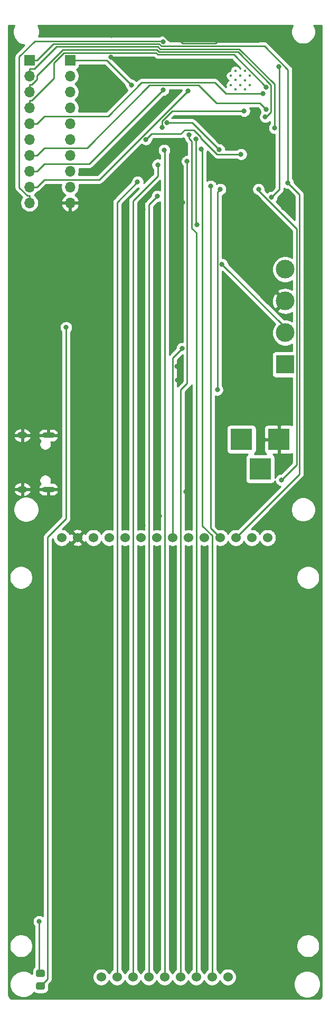
<source format=gbr>
%TF.GenerationSoftware,KiCad,Pcbnew,(5.1.12)-1*%
%TF.CreationDate,2022-05-09T22:55:39+02:00*%
%TF.ProjectId,BTCPOS,42544350-4f53-42e6-9b69-6361645f7063,rev?*%
%TF.SameCoordinates,Original*%
%TF.FileFunction,Copper,L1,Top*%
%TF.FilePolarity,Positive*%
%FSLAX46Y46*%
G04 Gerber Fmt 4.6, Leading zero omitted, Abs format (unit mm)*
G04 Created by KiCad (PCBNEW (5.1.12)-1) date 2022-05-09 22:55:39*
%MOMM*%
%LPD*%
G01*
G04 APERTURE LIST*
%TA.AperFunction,ComponentPad*%
%ADD10O,1.600000X1.000000*%
%TD*%
%TA.AperFunction,ComponentPad*%
%ADD11O,2.100000X0.900000*%
%TD*%
%TA.AperFunction,ComponentPad*%
%ADD12C,0.400000*%
%TD*%
%TA.AperFunction,ComponentPad*%
%ADD13C,1.524000*%
%TD*%
%TA.AperFunction,ComponentPad*%
%ADD14R,1.700000X1.700000*%
%TD*%
%TA.AperFunction,ComponentPad*%
%ADD15O,1.700000X1.700000*%
%TD*%
%TA.AperFunction,ComponentPad*%
%ADD16C,3.000000*%
%TD*%
%TA.AperFunction,ComponentPad*%
%ADD17R,3.000000X3.000000*%
%TD*%
%TA.AperFunction,ComponentPad*%
%ADD18R,3.500000X3.500000*%
%TD*%
%TA.AperFunction,ViaPad*%
%ADD19C,0.800000*%
%TD*%
%TA.AperFunction,Conductor*%
%ADD20C,0.250000*%
%TD*%
%TA.AperFunction,Conductor*%
%ADD21C,0.254000*%
%TD*%
%TA.AperFunction,Conductor*%
%ADD22C,0.100000*%
%TD*%
G04 APERTURE END LIST*
D10*
%TO.P,J101,S1*%
%TO.N,GND*%
X60995000Y-100205000D03*
X60995000Y-91565000D03*
D11*
X65175000Y-100205000D03*
X65175000Y-91565000D03*
%TD*%
D12*
%TO.P,U103,*%
%TO.N,*%
X97442000Y-33977600D03*
X96680000Y-33164800D03*
X95156000Y-33164800D03*
X94444800Y-33977600D03*
X94444800Y-35450800D03*
X95206800Y-36162000D03*
X96680000Y-36162000D03*
X97442000Y-35450800D03*
X96680000Y-34688800D03*
X95156000Y-34638000D03*
X95918000Y-33977600D03*
X95968800Y-35450800D03*
%TD*%
D13*
%TO.P,U102,1*%
%TO.N,+3V3*%
X67310000Y-107950000D03*
%TO.P,U102,2*%
%TO.N,GND*%
X69850000Y-107950000D03*
%TO.P,U102,3*%
%TO.N,/CS*%
X72390000Y-107950000D03*
%TO.P,U102,4*%
%TO.N,/RESET*%
X74930000Y-107950000D03*
%TO.P,U102,5*%
%TO.N,/DC*%
X77470000Y-107950000D03*
%TO.P,U102,6*%
%TO.N,/MOSI*%
X80010000Y-107950000D03*
%TO.P,U102,7*%
%TO.N,/CSK*%
X82550000Y-107950000D03*
%TO.P,U102,8*%
%TO.N,/LED*%
X85090000Y-107950000D03*
%TO.P,U102,9*%
%TO.N,/MISO*%
X87630000Y-107950000D03*
%TO.P,U102,10*%
%TO.N,/CSK*%
X90170000Y-107950000D03*
%TO.P,U102,11*%
%TO.N,/TCS*%
X92710000Y-107950000D03*
%TO.P,U102,12*%
%TO.N,/MISO*%
X95250000Y-107950000D03*
%TO.P,U102,13*%
%TO.N,/MOSI*%
X97790000Y-107950000D03*
%TO.P,U102,14*%
%TO.N,Net-(R106-Pad1)*%
X100330000Y-107950000D03*
%TD*%
%TO.P,D102,1*%
%TO.N,Net-(D102-Pad1)*%
%TA.AperFunction,SMDPad,CuDef*%
G36*
G01*
X64350001Y-180345000D02*
X63449999Y-180345000D01*
G75*
G02*
X63200000Y-180095001I0J249999D01*
G01*
X63200000Y-179444999D01*
G75*
G02*
X63449999Y-179195000I249999J0D01*
G01*
X64350001Y-179195000D01*
G75*
G02*
X64600000Y-179444999I0J-249999D01*
G01*
X64600000Y-180095001D01*
G75*
G02*
X64350001Y-180345000I-249999J0D01*
G01*
G37*
%TD.AperFunction*%
%TO.P,D102,2*%
%TO.N,Net-(D102-Pad2)*%
%TA.AperFunction,SMDPad,CuDef*%
G36*
G01*
X64350001Y-178295000D02*
X63449999Y-178295000D01*
G75*
G02*
X63200000Y-178045001I0J249999D01*
G01*
X63200000Y-177394999D01*
G75*
G02*
X63449999Y-177145000I249999J0D01*
G01*
X64350001Y-177145000D01*
G75*
G02*
X64600000Y-177394999I0J-249999D01*
G01*
X64600000Y-178045001D01*
G75*
G02*
X64350001Y-178295000I-249999J0D01*
G01*
G37*
%TD.AperFunction*%
%TD*%
D14*
%TO.P,J102,1*%
%TO.N,/MISO*%
X62150000Y-31470000D03*
D15*
%TO.P,J102,2*%
%TO.N,/MOSI*%
X62150000Y-34010000D03*
%TO.P,J102,3*%
%TO.N,/CSK*%
X62150000Y-36550000D03*
%TO.P,J102,4*%
%TO.N,/IO4*%
X62150000Y-39090000D03*
%TO.P,J102,5*%
%TO.N,/IO5*%
X62150000Y-41630000D03*
%TO.P,J102,6*%
%TO.N,/IO6*%
X62150000Y-44170000D03*
%TO.P,J102,7*%
%TO.N,/IO7*%
X62150000Y-46710000D03*
%TO.P,J102,8*%
%TO.N,/IO42*%
X62150000Y-49250000D03*
%TO.P,J102,9*%
%TO.N,/IO45*%
X62150000Y-51790000D03*
%TO.P,J102,10*%
%TO.N,/IO46*%
X62150000Y-54330000D03*
%TD*%
D16*
%TO.P,J103,2*%
%TO.N,/COINHV*%
X103150000Y-75140000D03*
%TO.P,J103,3*%
%TO.N,GND*%
X103150000Y-70060000D03*
D17*
%TO.P,J103,1*%
%TO.N,/DC12V*%
X103150000Y-80220000D03*
D16*
%TO.P,J103,4*%
%TO.N,N/C*%
X103150000Y-64980000D03*
%TD*%
D18*
%TO.P,J104,3*%
%TO.N,N/C*%
X99150000Y-96920000D03*
%TO.P,J104,2*%
%TO.N,GND*%
X102150000Y-92220000D03*
%TO.P,J104,1*%
%TO.N,/DC12V*%
X96150000Y-92220000D03*
%TD*%
D15*
%TO.P,J105,10*%
%TO.N,GND*%
X68650000Y-54330000D03*
%TO.P,J105,9*%
%TO.N,+3V3*%
X68650000Y-51790000D03*
%TO.P,J105,8*%
%TO.N,/VBAT*%
X68650000Y-49250000D03*
%TO.P,J105,7*%
%TO.N,/VUSB*%
X68650000Y-46710000D03*
%TO.P,J105,6*%
%TO.N,/TXD1*%
X68650000Y-44170000D03*
%TO.P,J105,5*%
%TO.N,/RXD1*%
X68650000Y-41630000D03*
%TO.P,J105,4*%
%TO.N,/TXD0*%
X68650000Y-39090000D03*
%TO.P,J105,3*%
%TO.N,/RXD0*%
X68650000Y-36550000D03*
%TO.P,J105,2*%
%TO.N,/SCL*%
X68650000Y-34010000D03*
D14*
%TO.P,J105,1*%
%TO.N,/SDA*%
X68650000Y-31470000D03*
%TD*%
D13*
%TO.P,KBD101,*%
%TO.N,*%
X93965000Y-178316800D03*
X73645000Y-178316800D03*
%TO.P,KBD101,7*%
%TO.N,/ROW2*%
X91425000Y-178316800D03*
%TO.P,KBD101,6*%
%TO.N,/ROW3*%
X88885000Y-178316800D03*
%TO.P,KBD101,5*%
%TO.N,/COL3*%
X86345000Y-178316800D03*
%TO.P,KBD101,4*%
%TO.N,/ROW4*%
X83805000Y-178316800D03*
%TO.P,KBD101,3*%
%TO.N,/COL1*%
X81265000Y-178316800D03*
%TO.P,KBD101,2*%
%TO.N,/ROW1*%
X78725000Y-178316800D03*
%TO.P,KBD101,1*%
%TO.N,/COL2*%
X76185000Y-178316800D03*
%TD*%
D19*
%TO.N,GND*%
X79324200Y-32715200D03*
X82588100Y-78854300D03*
X73025000Y-72390000D03*
X66675000Y-78105000D03*
X77470000Y-64770000D03*
X77470000Y-70485000D03*
X80010000Y-71120000D03*
X77470000Y-141605000D03*
X80010000Y-142875000D03*
X82550000Y-142875000D03*
X85090000Y-142875000D03*
X87630000Y-142875000D03*
X90170000Y-142875000D03*
X69850000Y-100965000D03*
X65405000Y-101600000D03*
X80010000Y-93980000D03*
X87630000Y-93345000D03*
X87630000Y-86995000D03*
X87210900Y-100596700D03*
X82956400Y-104457500D03*
X82641738Y-99989556D03*
X80408353Y-106036953D03*
X87900000Y-84770000D03*
X85877400Y-82753200D03*
X85815000Y-80543400D03*
X100952300Y-77050900D03*
X92430600Y-87210900D03*
X80378300Y-55346600D03*
X81495900Y-52819300D03*
X98780600Y-55867300D03*
X95161100Y-55791100D03*
X75171300Y-31026100D03*
X75298300Y-27482800D03*
X101053900Y-26746200D03*
X86710300Y-54229000D03*
X86169500Y-56388000D03*
X71234300Y-71615300D03*
X102882700Y-55092600D03*
X100749100Y-52057300D03*
X97002600Y-43027600D03*
X79743300Y-47523400D03*
X76365100Y-45554900D03*
X73787000Y-33210500D03*
X76949300Y-35648900D03*
X63042800Y-123786900D03*
X62699900Y-60960000D03*
X70764400Y-59740800D03*
X95923100Y-100736400D03*
X98145600Y-84658200D03*
X71755000Y-105143300D03*
X85839300Y-68389500D03*
X91097100Y-41579800D03*
X90678000Y-32905700D03*
X92710000Y-26860500D03*
%TO.N,/EN*%
X89043100Y-57800500D03*
X88851800Y-44119500D03*
%TO.N,/D+*%
X92269600Y-84266200D03*
X92728600Y-52139200D03*
%TO.N,/IO0*%
X100948300Y-53435200D03*
X102087800Y-32546400D03*
%TO.N,/MOSI*%
X101465500Y-42351100D03*
%TO.N,/CSK*%
X99958800Y-40566100D03*
%TO.N,/LED*%
X86643200Y-77629800D03*
%TO.N,/MISO*%
X103583100Y-51133200D03*
%TO.N,/TIRQ*%
X102519200Y-98709800D03*
X98868500Y-52139200D03*
%TO.N,/TCS*%
X91214100Y-51658200D03*
%TO.N,Net-(D102-Pad1)*%
X68016100Y-74275200D03*
%TO.N,Net-(D102-Pad2)*%
X63679300Y-169429000D03*
%TO.N,/IO4*%
X100116400Y-35798900D03*
%TO.N,/IO5*%
X99620300Y-36856000D03*
%TO.N,/IO6*%
X96565300Y-39608500D03*
X83447300Y-42285300D03*
%TO.N,/IO7*%
X100125200Y-39402400D03*
%TO.N,/IO42*%
X83601900Y-36233600D03*
%TO.N,/IO45*%
X87549300Y-36402100D03*
%TO.N,/IO46*%
X83601900Y-28504000D03*
%TO.N,/COINHV*%
X93018600Y-64157200D03*
%TO.N,/TXD1*%
X96055800Y-46543400D03*
X80830300Y-44169600D03*
%TO.N,/RXD1*%
X92539100Y-45814400D03*
X84213500Y-41511500D03*
%TO.N,/SDA*%
X78469700Y-35447400D03*
%TO.N,/ROW2*%
X89702200Y-45737800D03*
%TO.N,/ROW3*%
X87738700Y-43398700D03*
%TO.N,/COL3*%
X87435300Y-47671000D03*
%TO.N,/ROW4*%
X83747400Y-45873200D03*
%TO.N,/COL1*%
X82660700Y-53248300D03*
%TO.N,/ROW1*%
X82695800Y-48234600D03*
%TO.N,/COL2*%
X79471100Y-50952700D03*
%TD*%
D20*
%TO.N,GND*%
X77470000Y-64770000D02*
X77470000Y-70485000D01*
X87630000Y-93345000D02*
X87630000Y-86995000D01*
X87630000Y-100177600D02*
X87210900Y-100596700D01*
X87630000Y-93345000D02*
X87630000Y-100177600D01*
X82956400Y-100304218D02*
X82641738Y-99989556D01*
X82956400Y-104457500D02*
X82956400Y-100304218D01*
X80010000Y-105638600D02*
X80408353Y-106036953D01*
X80010000Y-93980000D02*
X80010000Y-105638600D01*
X85877400Y-80605800D02*
X85815000Y-80543400D01*
X85877400Y-82753200D02*
X85877400Y-80605800D01*
X92430600Y-85572600D02*
X92430600Y-87210900D01*
X100952300Y-77050900D02*
X92430600Y-85572600D01*
X80378300Y-55346600D02*
X80378300Y-53822600D01*
X81381600Y-52819300D02*
X81495900Y-52819300D01*
X80378300Y-53822600D02*
X81381600Y-52819300D01*
X79324200Y-32715200D02*
X76911200Y-32715200D01*
X75222100Y-31026100D02*
X75171300Y-31026100D01*
X76911200Y-32715200D02*
X75222100Y-31026100D01*
X83653702Y-27482800D02*
X84429600Y-28258698D01*
X75298300Y-27482800D02*
X83653702Y-27482800D01*
X86221498Y-28258698D02*
X86728300Y-28765500D01*
X84429600Y-28258698D02*
X86221498Y-28258698D01*
X91973400Y-28765500D02*
X92189300Y-28549600D01*
X86728300Y-28765500D02*
X91973400Y-28765500D01*
X98856800Y-28549600D02*
X99682300Y-27724100D01*
X92189300Y-28549600D02*
X98856800Y-28549600D01*
X100076000Y-27724100D02*
X101053900Y-26746200D01*
X99682300Y-27724100D02*
X100076000Y-27724100D01*
X86710300Y-54229000D02*
X85852000Y-55087300D01*
X85852000Y-56070500D02*
X86169500Y-56388000D01*
X85852000Y-55087300D02*
X85852000Y-56070500D01*
X72250300Y-71615300D02*
X73025000Y-72390000D01*
X71234300Y-71615300D02*
X72250300Y-71615300D01*
X73787000Y-33210500D02*
X75145900Y-33210500D01*
X76949300Y-35013900D02*
X76949300Y-35648900D01*
X75145900Y-33210500D02*
X76949300Y-35013900D01*
%TO.N,/EN*%
X88851800Y-44119500D02*
X88851800Y-57609200D01*
X88851800Y-57609200D02*
X89043100Y-57800500D01*
%TO.N,/D+*%
X92728600Y-52139200D02*
X92269600Y-52598200D01*
X92269600Y-52598200D02*
X92269600Y-84266200D01*
%TO.N,/IO0*%
X102087800Y-32546400D02*
X102190800Y-32649400D01*
X102190800Y-32649400D02*
X102190800Y-52192700D01*
X102190800Y-52192700D02*
X100948300Y-53435200D01*
%TO.N,/MOSI*%
X62150000Y-32834700D02*
X62958000Y-32834700D01*
X62958000Y-32834700D02*
X66478300Y-29314400D01*
X66478300Y-29314400D02*
X82749700Y-29314400D01*
X82749700Y-29314400D02*
X83114900Y-29679600D01*
X83114900Y-29679600D02*
X95803800Y-29679600D01*
X95803800Y-29679600D02*
X101465500Y-35341300D01*
X101465500Y-35341300D02*
X101465500Y-42351100D01*
X62150000Y-34010000D02*
X62150000Y-32834700D01*
%TO.N,/CSK*%
X62150000Y-35374700D02*
X62517400Y-35374700D01*
X62517400Y-35374700D02*
X63325300Y-34566800D01*
X63325300Y-34566800D02*
X63325300Y-33945100D01*
X63325300Y-33945100D02*
X67505700Y-29764700D01*
X67505700Y-29764700D02*
X82563100Y-29764700D01*
X82563100Y-29764700D02*
X82928300Y-30129900D01*
X82928300Y-30129900D02*
X95574900Y-30129900D01*
X95574900Y-30129900D02*
X100892600Y-35447600D01*
X100892600Y-35447600D02*
X100892600Y-39751100D01*
X100892600Y-39751100D02*
X100077600Y-40566100D01*
X100077600Y-40566100D02*
X99958800Y-40566100D01*
X62150000Y-36550000D02*
X62150000Y-35374700D01*
%TO.N,/LED*%
X85090000Y-107950000D02*
X85090000Y-79183000D01*
X85090000Y-79183000D02*
X86643200Y-77629800D01*
%TO.N,/MISO*%
X63325300Y-31470000D02*
X65931200Y-28864100D01*
X65931200Y-28864100D02*
X82936300Y-28864100D01*
X82936300Y-28864100D02*
X83301500Y-29229300D01*
X83301500Y-29229300D02*
X99812200Y-29229300D01*
X99812200Y-29229300D02*
X103583100Y-33000200D01*
X103583100Y-33000200D02*
X103583100Y-51133200D01*
X95250000Y-107950000D02*
X105426000Y-97774000D01*
X105426000Y-97774000D02*
X105426000Y-52976100D01*
X105426000Y-52976100D02*
X103583100Y-51133200D01*
X62150000Y-31470000D02*
X63325300Y-31470000D01*
%TO.N,/TIRQ*%
X98868500Y-52139200D02*
X98868500Y-52381100D01*
X98868500Y-52381100D02*
X104975400Y-58488000D01*
X104975400Y-58488000D02*
X104975400Y-96253600D01*
X104975400Y-96253600D02*
X102519200Y-98709800D01*
%TO.N,/TCS*%
X92710000Y-107950000D02*
X91214100Y-106454100D01*
X91214100Y-106454100D02*
X91214100Y-51658200D01*
%TO.N,Net-(D102-Pad1)*%
X68016100Y-74275200D02*
X68016100Y-104904300D01*
X68016100Y-104904300D02*
X65048600Y-107871800D01*
X65048600Y-107871800D02*
X65048600Y-178621400D01*
X65048600Y-178621400D02*
X63900000Y-179770000D01*
%TO.N,Net-(D102-Pad2)*%
X63679300Y-169429000D02*
X63679300Y-177499300D01*
X63679300Y-177499300D02*
X63900000Y-177720000D01*
%TO.N,/IO4*%
X62150000Y-37914700D02*
X62517300Y-37914700D01*
X62517300Y-37914700D02*
X66056300Y-34375700D01*
X66056300Y-34375700D02*
X66056300Y-31903600D01*
X66056300Y-31903600D02*
X67692100Y-30267800D01*
X67692100Y-30267800D02*
X82429300Y-30267800D01*
X82429300Y-30267800D02*
X82741700Y-30580200D01*
X82741700Y-30580200D02*
X94897700Y-30580200D01*
X94897700Y-30580200D02*
X100116400Y-35798900D01*
X62150000Y-39090000D02*
X62150000Y-37914700D01*
%TO.N,/IO5*%
X62150000Y-41630000D02*
X63325300Y-41630000D01*
X63325300Y-41630000D02*
X64500600Y-40454700D01*
X64500600Y-40454700D02*
X74752300Y-40454700D01*
X74752300Y-40454700D02*
X80150600Y-35056400D01*
X80150600Y-35056400D02*
X91851700Y-35056400D01*
X91851700Y-35056400D02*
X93651300Y-36856000D01*
X93651300Y-36856000D02*
X99620300Y-36856000D01*
%TO.N,/IO6*%
X83447300Y-42285300D02*
X83447300Y-41208700D01*
X83447300Y-41208700D02*
X85047500Y-39608500D01*
X85047500Y-39608500D02*
X96565300Y-39608500D01*
%TO.N,/IO7*%
X63325300Y-46710000D02*
X64500600Y-45534700D01*
X64500600Y-45534700D02*
X71395900Y-45534700D01*
X71395900Y-45534700D02*
X81423100Y-35507500D01*
X81423100Y-35507500D02*
X89235500Y-35507500D01*
X89235500Y-35507500D02*
X92116700Y-38388700D01*
X92116700Y-38388700D02*
X99111500Y-38388700D01*
X99111500Y-38388700D02*
X100125200Y-39402400D01*
X62150000Y-46710000D02*
X63325300Y-46710000D01*
%TO.N,/IO42*%
X62150000Y-49250000D02*
X63325300Y-49250000D01*
X63325300Y-49250000D02*
X64500600Y-48074700D01*
X64500600Y-48074700D02*
X71760800Y-48074700D01*
X71760800Y-48074700D02*
X83601900Y-36233600D01*
%TO.N,/IO45*%
X62150000Y-51790000D02*
X63325300Y-51790000D01*
X63325300Y-51790000D02*
X64500600Y-50614700D01*
X64500600Y-50614700D02*
X73336700Y-50614700D01*
X73336700Y-50614700D02*
X87549300Y-36402100D01*
%TO.N,/IO46*%
X62150000Y-54330000D02*
X62150000Y-53154700D01*
X62150000Y-53154700D02*
X61782700Y-53154700D01*
X61782700Y-53154700D02*
X60509700Y-51881700D01*
X60509700Y-51881700D02*
X60509700Y-30935900D01*
X60509700Y-30935900D02*
X63031900Y-28413700D01*
X63031900Y-28413700D02*
X83511600Y-28413700D01*
X83511600Y-28413700D02*
X83601900Y-28504000D01*
%TO.N,/COINHV*%
X93018600Y-64157200D02*
X103150000Y-74288600D01*
X103150000Y-74288600D02*
X103150000Y-75140000D01*
%TO.N,/TXD1*%
X96055800Y-46543400D02*
X92240400Y-46543400D01*
X92240400Y-46543400D02*
X89622200Y-43925200D01*
X89622200Y-43925200D02*
X89622200Y-43795400D01*
X89622200Y-43795400D02*
X88463300Y-42636500D01*
X88463300Y-42636500D02*
X87046000Y-42636500D01*
X87046000Y-42636500D02*
X86385000Y-43297500D01*
X86385000Y-43297500D02*
X81702400Y-43297500D01*
X81702400Y-43297500D02*
X80830300Y-44169600D01*
%TO.N,/RXD1*%
X92539100Y-45814400D02*
X88236200Y-41511500D01*
X88236200Y-41511500D02*
X84213500Y-41511500D01*
%TO.N,/SDA*%
X68650000Y-31470000D02*
X74492300Y-31470000D01*
X74492300Y-31470000D02*
X78469700Y-35447400D01*
%TO.N,/ROW2*%
X91425000Y-178316800D02*
X91425000Y-107601600D01*
X91425000Y-107601600D02*
X89886200Y-106062800D01*
X89886200Y-106062800D02*
X89886200Y-45921800D01*
X89886200Y-45921800D02*
X89702200Y-45737800D01*
%TO.N,/ROW3*%
X87738700Y-43398700D02*
X87738700Y-44032100D01*
X87738700Y-44032100D02*
X88174100Y-44467500D01*
X88174100Y-44467500D02*
X88174100Y-58413600D01*
X88174100Y-58413600D02*
X88885000Y-59124500D01*
X88885000Y-59124500D02*
X88885000Y-178316800D01*
%TO.N,/COL3*%
X86345000Y-178316800D02*
X86345000Y-84274300D01*
X86345000Y-84274300D02*
X87435300Y-83184000D01*
X87435300Y-83184000D02*
X87435300Y-47671000D01*
%TO.N,/ROW4*%
X83805000Y-178316800D02*
X83805000Y-45930800D01*
X83805000Y-45930800D02*
X83747400Y-45873200D01*
%TO.N,/COL1*%
X81265000Y-178316800D02*
X81265000Y-54644000D01*
X81265000Y-54644000D02*
X82660700Y-53248300D01*
%TO.N,/ROW1*%
X78725000Y-178316800D02*
X78725000Y-53994400D01*
X78725000Y-53994400D02*
X82695800Y-50023600D01*
X82695800Y-50023600D02*
X82695800Y-48234600D01*
%TO.N,/COL2*%
X76185000Y-178316800D02*
X76185000Y-54238800D01*
X76185000Y-54238800D02*
X79471100Y-50952700D01*
%TD*%
D21*
%TO.N,GND*%
X59687597Y-25904472D02*
X59525347Y-26296178D01*
X59442632Y-26712010D01*
X59442632Y-27135990D01*
X59525347Y-27551822D01*
X59687597Y-27943528D01*
X59923147Y-28296054D01*
X60222946Y-28595853D01*
X60575472Y-28831403D01*
X60967178Y-28993653D01*
X61309126Y-29061671D01*
X59998698Y-30372101D01*
X59969700Y-30395899D01*
X59945902Y-30424897D01*
X59945901Y-30424898D01*
X59874726Y-30511624D01*
X59804154Y-30643654D01*
X59778209Y-30729186D01*
X59763159Y-30778803D01*
X59760698Y-30786915D01*
X59746024Y-30935900D01*
X59749701Y-30973233D01*
X59749700Y-51844378D01*
X59746024Y-51881700D01*
X59749700Y-51919022D01*
X59749700Y-51919032D01*
X59760697Y-52030685D01*
X59796422Y-52148456D01*
X59804154Y-52173946D01*
X59874726Y-52305976D01*
X59884573Y-52317974D01*
X59969699Y-52421701D01*
X59998703Y-52445504D01*
X60972509Y-53419311D01*
X60834010Y-53626589D01*
X60722068Y-53896842D01*
X60665000Y-54183740D01*
X60665000Y-54476260D01*
X60722068Y-54763158D01*
X60834010Y-55033411D01*
X60996525Y-55276632D01*
X61203368Y-55483475D01*
X61446589Y-55645990D01*
X61716842Y-55757932D01*
X62003740Y-55815000D01*
X62296260Y-55815000D01*
X62583158Y-55757932D01*
X62853411Y-55645990D01*
X63096632Y-55483475D01*
X63303475Y-55276632D01*
X63465990Y-55033411D01*
X63577932Y-54763158D01*
X63593102Y-54686890D01*
X67208524Y-54686890D01*
X67253175Y-54834099D01*
X67378359Y-55096920D01*
X67552412Y-55330269D01*
X67768645Y-55525178D01*
X68018748Y-55674157D01*
X68293109Y-55771481D01*
X68523000Y-55650814D01*
X68523000Y-54457000D01*
X68777000Y-54457000D01*
X68777000Y-55650814D01*
X69006891Y-55771481D01*
X69281252Y-55674157D01*
X69531355Y-55525178D01*
X69747588Y-55330269D01*
X69921641Y-55096920D01*
X70046825Y-54834099D01*
X70091476Y-54686890D01*
X69970155Y-54457000D01*
X68777000Y-54457000D01*
X68523000Y-54457000D01*
X67329845Y-54457000D01*
X67208524Y-54686890D01*
X63593102Y-54686890D01*
X63635000Y-54476260D01*
X63635000Y-54183740D01*
X63577932Y-53896842D01*
X63465990Y-53626589D01*
X63303475Y-53383368D01*
X63096632Y-53176525D01*
X62922240Y-53060000D01*
X63096632Y-52943475D01*
X63303475Y-52736632D01*
X63432796Y-52543089D01*
X63474286Y-52539003D01*
X63617547Y-52495546D01*
X63749576Y-52424974D01*
X63865301Y-52330001D01*
X63889104Y-52300997D01*
X64815402Y-51374700D01*
X67218516Y-51374700D01*
X67165000Y-51643740D01*
X67165000Y-51936260D01*
X67222068Y-52223158D01*
X67334010Y-52493411D01*
X67496525Y-52736632D01*
X67703368Y-52943475D01*
X67885534Y-53065195D01*
X67768645Y-53134822D01*
X67552412Y-53329731D01*
X67378359Y-53563080D01*
X67253175Y-53825901D01*
X67208524Y-53973110D01*
X67329845Y-54203000D01*
X68523000Y-54203000D01*
X68523000Y-54183000D01*
X68777000Y-54183000D01*
X68777000Y-54203000D01*
X69970155Y-54203000D01*
X70091476Y-53973110D01*
X70046825Y-53825901D01*
X69921641Y-53563080D01*
X69747588Y-53329731D01*
X69531355Y-53134822D01*
X69414466Y-53065195D01*
X69596632Y-52943475D01*
X69803475Y-52736632D01*
X69965990Y-52493411D01*
X70077932Y-52223158D01*
X70135000Y-51936260D01*
X70135000Y-51643740D01*
X70081484Y-51374700D01*
X73299378Y-51374700D01*
X73336700Y-51378376D01*
X73374022Y-51374700D01*
X73374033Y-51374700D01*
X73485686Y-51363703D01*
X73628947Y-51320246D01*
X73760976Y-51249674D01*
X73876701Y-51154701D01*
X73900504Y-51125697D01*
X80111595Y-44914606D01*
X80170526Y-44973537D01*
X80340044Y-45086805D01*
X80528402Y-45164826D01*
X80728361Y-45204600D01*
X80932239Y-45204600D01*
X81132198Y-45164826D01*
X81320556Y-45086805D01*
X81490074Y-44973537D01*
X81634237Y-44829374D01*
X81747505Y-44659856D01*
X81825526Y-44471498D01*
X81865300Y-44271539D01*
X81865300Y-44209402D01*
X82017202Y-44057500D01*
X86347678Y-44057500D01*
X86385000Y-44061176D01*
X86422322Y-44057500D01*
X86422333Y-44057500D01*
X86533986Y-44046503D01*
X86677247Y-44003046D01*
X86809276Y-43932474D01*
X86835947Y-43910585D01*
X86934763Y-44058474D01*
X86982303Y-44106014D01*
X86989697Y-44181086D01*
X87033154Y-44324347D01*
X87039063Y-44335401D01*
X87103726Y-44456376D01*
X87174901Y-44543102D01*
X87198700Y-44572101D01*
X87227698Y-44595899D01*
X87414100Y-44782301D01*
X87414100Y-46636000D01*
X87333361Y-46636000D01*
X87133402Y-46675774D01*
X86945044Y-46753795D01*
X86775526Y-46867063D01*
X86631363Y-47011226D01*
X86518095Y-47180744D01*
X86440074Y-47369102D01*
X86400300Y-47569061D01*
X86400300Y-47772939D01*
X86440074Y-47972898D01*
X86518095Y-48161256D01*
X86631363Y-48330774D01*
X86675301Y-48374712D01*
X86675300Y-76594800D01*
X86541261Y-76594800D01*
X86341302Y-76634574D01*
X86152944Y-76712595D01*
X85983426Y-76825863D01*
X85839263Y-76970026D01*
X85725995Y-77139544D01*
X85647974Y-77327902D01*
X85608200Y-77527861D01*
X85608200Y-77589998D01*
X84578998Y-78619201D01*
X84565000Y-78630689D01*
X84565000Y-46512526D01*
X84664605Y-46363456D01*
X84742626Y-46175098D01*
X84782400Y-45975139D01*
X84782400Y-45771261D01*
X84742626Y-45571302D01*
X84664605Y-45382944D01*
X84551337Y-45213426D01*
X84407174Y-45069263D01*
X84237656Y-44955995D01*
X84049298Y-44877974D01*
X83849339Y-44838200D01*
X83645461Y-44838200D01*
X83445502Y-44877974D01*
X83257144Y-44955995D01*
X83087626Y-45069263D01*
X82943463Y-45213426D01*
X82830195Y-45382944D01*
X82752174Y-45571302D01*
X82712400Y-45771261D01*
X82712400Y-45975139D01*
X82752174Y-46175098D01*
X82830195Y-46363456D01*
X82943463Y-46532974D01*
X83045001Y-46634512D01*
X83045001Y-47258968D01*
X82997698Y-47239374D01*
X82797739Y-47199600D01*
X82593861Y-47199600D01*
X82393902Y-47239374D01*
X82205544Y-47317395D01*
X82036026Y-47430663D01*
X81891863Y-47574826D01*
X81778595Y-47744344D01*
X81700574Y-47932702D01*
X81660800Y-48132661D01*
X81660800Y-48336539D01*
X81700574Y-48536498D01*
X81778595Y-48724856D01*
X81891863Y-48894374D01*
X81935801Y-48938312D01*
X81935800Y-49708798D01*
X80485278Y-51159321D01*
X80506100Y-51054639D01*
X80506100Y-50850761D01*
X80466326Y-50650802D01*
X80388305Y-50462444D01*
X80275037Y-50292926D01*
X80130874Y-50148763D01*
X79961356Y-50035495D01*
X79772998Y-49957474D01*
X79573039Y-49917700D01*
X79369161Y-49917700D01*
X79169202Y-49957474D01*
X78980844Y-50035495D01*
X78811326Y-50148763D01*
X78667163Y-50292926D01*
X78553895Y-50462444D01*
X78475874Y-50650802D01*
X78436100Y-50850761D01*
X78436100Y-50912898D01*
X75673998Y-53675001D01*
X75645000Y-53698799D01*
X75621202Y-53727797D01*
X75621201Y-53727798D01*
X75550026Y-53814524D01*
X75479454Y-53946554D01*
X75464941Y-53994400D01*
X75435998Y-54089814D01*
X75425256Y-54198876D01*
X75421324Y-54238800D01*
X75425001Y-54276133D01*
X75425001Y-106642934D01*
X75337490Y-106606686D01*
X75067592Y-106553000D01*
X74792408Y-106553000D01*
X74522510Y-106606686D01*
X74268273Y-106711995D01*
X74039465Y-106864880D01*
X73844880Y-107059465D01*
X73691995Y-107288273D01*
X73660000Y-107365515D01*
X73628005Y-107288273D01*
X73475120Y-107059465D01*
X73280535Y-106864880D01*
X73051727Y-106711995D01*
X72797490Y-106606686D01*
X72527592Y-106553000D01*
X72252408Y-106553000D01*
X71982510Y-106606686D01*
X71728273Y-106711995D01*
X71499465Y-106864880D01*
X71304880Y-107059465D01*
X71151995Y-107288273D01*
X71122308Y-107359943D01*
X71117636Y-107346977D01*
X71055656Y-107231020D01*
X70815565Y-107164040D01*
X70029605Y-107950000D01*
X70815565Y-108735960D01*
X71055656Y-108668980D01*
X71119485Y-108533240D01*
X71151995Y-108611727D01*
X71304880Y-108840535D01*
X71499465Y-109035120D01*
X71728273Y-109188005D01*
X71982510Y-109293314D01*
X72252408Y-109347000D01*
X72527592Y-109347000D01*
X72797490Y-109293314D01*
X73051727Y-109188005D01*
X73280535Y-109035120D01*
X73475120Y-108840535D01*
X73628005Y-108611727D01*
X73660000Y-108534485D01*
X73691995Y-108611727D01*
X73844880Y-108840535D01*
X74039465Y-109035120D01*
X74268273Y-109188005D01*
X74522510Y-109293314D01*
X74792408Y-109347000D01*
X75067592Y-109347000D01*
X75337490Y-109293314D01*
X75425001Y-109257066D01*
X75425000Y-177144459D01*
X75294465Y-177231680D01*
X75099880Y-177426265D01*
X74946995Y-177655073D01*
X74915000Y-177732315D01*
X74883005Y-177655073D01*
X74730120Y-177426265D01*
X74535535Y-177231680D01*
X74306727Y-177078795D01*
X74052490Y-176973486D01*
X73782592Y-176919800D01*
X73507408Y-176919800D01*
X73237510Y-176973486D01*
X72983273Y-177078795D01*
X72754465Y-177231680D01*
X72559880Y-177426265D01*
X72406995Y-177655073D01*
X72301686Y-177909310D01*
X72248000Y-178179208D01*
X72248000Y-178454392D01*
X72301686Y-178724290D01*
X72406995Y-178978527D01*
X72559880Y-179207335D01*
X72754465Y-179401920D01*
X72983273Y-179554805D01*
X73237510Y-179660114D01*
X73507408Y-179713800D01*
X73782592Y-179713800D01*
X74052490Y-179660114D01*
X74306727Y-179554805D01*
X74535535Y-179401920D01*
X74730120Y-179207335D01*
X74883005Y-178978527D01*
X74915000Y-178901285D01*
X74946995Y-178978527D01*
X75099880Y-179207335D01*
X75294465Y-179401920D01*
X75523273Y-179554805D01*
X75777510Y-179660114D01*
X76047408Y-179713800D01*
X76322592Y-179713800D01*
X76592490Y-179660114D01*
X76846727Y-179554805D01*
X77075535Y-179401920D01*
X77270120Y-179207335D01*
X77423005Y-178978527D01*
X77455000Y-178901285D01*
X77486995Y-178978527D01*
X77639880Y-179207335D01*
X77834465Y-179401920D01*
X78063273Y-179554805D01*
X78317510Y-179660114D01*
X78587408Y-179713800D01*
X78862592Y-179713800D01*
X79132490Y-179660114D01*
X79386727Y-179554805D01*
X79615535Y-179401920D01*
X79810120Y-179207335D01*
X79963005Y-178978527D01*
X79995000Y-178901285D01*
X80026995Y-178978527D01*
X80179880Y-179207335D01*
X80374465Y-179401920D01*
X80603273Y-179554805D01*
X80857510Y-179660114D01*
X81127408Y-179713800D01*
X81402592Y-179713800D01*
X81672490Y-179660114D01*
X81926727Y-179554805D01*
X82155535Y-179401920D01*
X82350120Y-179207335D01*
X82503005Y-178978527D01*
X82535000Y-178901285D01*
X82566995Y-178978527D01*
X82719880Y-179207335D01*
X82914465Y-179401920D01*
X83143273Y-179554805D01*
X83397510Y-179660114D01*
X83667408Y-179713800D01*
X83942592Y-179713800D01*
X84212490Y-179660114D01*
X84466727Y-179554805D01*
X84695535Y-179401920D01*
X84890120Y-179207335D01*
X85043005Y-178978527D01*
X85075000Y-178901285D01*
X85106995Y-178978527D01*
X85259880Y-179207335D01*
X85454465Y-179401920D01*
X85683273Y-179554805D01*
X85937510Y-179660114D01*
X86207408Y-179713800D01*
X86482592Y-179713800D01*
X86752490Y-179660114D01*
X87006727Y-179554805D01*
X87235535Y-179401920D01*
X87430120Y-179207335D01*
X87583005Y-178978527D01*
X87615000Y-178901285D01*
X87646995Y-178978527D01*
X87799880Y-179207335D01*
X87994465Y-179401920D01*
X88223273Y-179554805D01*
X88477510Y-179660114D01*
X88747408Y-179713800D01*
X89022592Y-179713800D01*
X89292490Y-179660114D01*
X89546727Y-179554805D01*
X89775535Y-179401920D01*
X89970120Y-179207335D01*
X90123005Y-178978527D01*
X90155000Y-178901285D01*
X90186995Y-178978527D01*
X90339880Y-179207335D01*
X90534465Y-179401920D01*
X90763273Y-179554805D01*
X91017510Y-179660114D01*
X91287408Y-179713800D01*
X91562592Y-179713800D01*
X91832490Y-179660114D01*
X92086727Y-179554805D01*
X92315535Y-179401920D01*
X92510120Y-179207335D01*
X92663005Y-178978527D01*
X92695000Y-178901285D01*
X92726995Y-178978527D01*
X92879880Y-179207335D01*
X93074465Y-179401920D01*
X93303273Y-179554805D01*
X93557510Y-179660114D01*
X93827408Y-179713800D01*
X94102592Y-179713800D01*
X94372490Y-179660114D01*
X94626727Y-179554805D01*
X94855535Y-179401920D01*
X95003160Y-179254295D01*
X104459906Y-179254295D01*
X104459906Y-179685705D01*
X104544070Y-180108827D01*
X104709164Y-180507399D01*
X104948843Y-180866104D01*
X105253896Y-181171157D01*
X105612601Y-181410836D01*
X106011173Y-181575930D01*
X106434295Y-181660094D01*
X106865705Y-181660094D01*
X107288827Y-181575930D01*
X107687399Y-181410836D01*
X108046104Y-181171157D01*
X108351157Y-180866104D01*
X108590836Y-180507399D01*
X108755930Y-180108827D01*
X108840094Y-179685705D01*
X108840094Y-179254295D01*
X108755930Y-178831173D01*
X108590836Y-178432601D01*
X108351157Y-178073896D01*
X108046104Y-177768843D01*
X107687399Y-177529164D01*
X107288827Y-177364070D01*
X106865705Y-177279906D01*
X106434295Y-177279906D01*
X106011173Y-177364070D01*
X105612601Y-177529164D01*
X105253896Y-177768843D01*
X104948843Y-178073896D01*
X104709164Y-178432601D01*
X104544070Y-178831173D01*
X104459906Y-179254295D01*
X95003160Y-179254295D01*
X95050120Y-179207335D01*
X95203005Y-178978527D01*
X95308314Y-178724290D01*
X95362000Y-178454392D01*
X95362000Y-178179208D01*
X95308314Y-177909310D01*
X95203005Y-177655073D01*
X95050120Y-177426265D01*
X94855535Y-177231680D01*
X94626727Y-177078795D01*
X94372490Y-176973486D01*
X94102592Y-176919800D01*
X93827408Y-176919800D01*
X93557510Y-176973486D01*
X93303273Y-177078795D01*
X93074465Y-177231680D01*
X92879880Y-177426265D01*
X92726995Y-177655073D01*
X92695000Y-177732315D01*
X92663005Y-177655073D01*
X92510120Y-177426265D01*
X92315535Y-177231680D01*
X92185000Y-177144459D01*
X92185000Y-173134344D01*
X104915000Y-173134344D01*
X104915000Y-173505656D01*
X104987439Y-173869834D01*
X105129534Y-174212882D01*
X105335825Y-174521618D01*
X105598382Y-174784175D01*
X105907118Y-174990466D01*
X106250166Y-175132561D01*
X106614344Y-175205000D01*
X106985656Y-175205000D01*
X107349834Y-175132561D01*
X107692882Y-174990466D01*
X108001618Y-174784175D01*
X108264175Y-174521618D01*
X108470466Y-174212882D01*
X108612561Y-173869834D01*
X108685000Y-173505656D01*
X108685000Y-173134344D01*
X108612561Y-172770166D01*
X108470466Y-172427118D01*
X108264175Y-172118382D01*
X108001618Y-171855825D01*
X107692882Y-171649534D01*
X107349834Y-171507439D01*
X106985656Y-171435000D01*
X106614344Y-171435000D01*
X106250166Y-171507439D01*
X105907118Y-171649534D01*
X105598382Y-171855825D01*
X105335825Y-172118382D01*
X105129534Y-172427118D01*
X104987439Y-172770166D01*
X104915000Y-173134344D01*
X92185000Y-173134344D01*
X92185000Y-114134344D01*
X104915000Y-114134344D01*
X104915000Y-114505656D01*
X104987439Y-114869834D01*
X105129534Y-115212882D01*
X105335825Y-115521618D01*
X105598382Y-115784175D01*
X105907118Y-115990466D01*
X106250166Y-116132561D01*
X106614344Y-116205000D01*
X106985656Y-116205000D01*
X107349834Y-116132561D01*
X107692882Y-115990466D01*
X108001618Y-115784175D01*
X108264175Y-115521618D01*
X108470466Y-115212882D01*
X108612561Y-114869834D01*
X108685000Y-114505656D01*
X108685000Y-114134344D01*
X108612561Y-113770166D01*
X108470466Y-113427118D01*
X108264175Y-113118382D01*
X108001618Y-112855825D01*
X107692882Y-112649534D01*
X107349834Y-112507439D01*
X106985656Y-112435000D01*
X106614344Y-112435000D01*
X106250166Y-112507439D01*
X105907118Y-112649534D01*
X105598382Y-112855825D01*
X105335825Y-113118382D01*
X105129534Y-113427118D01*
X104987439Y-113770166D01*
X104915000Y-114134344D01*
X92185000Y-114134344D01*
X92185000Y-109244639D01*
X92302510Y-109293314D01*
X92572408Y-109347000D01*
X92847592Y-109347000D01*
X93117490Y-109293314D01*
X93371727Y-109188005D01*
X93600535Y-109035120D01*
X93795120Y-108840535D01*
X93948005Y-108611727D01*
X93980000Y-108534485D01*
X94011995Y-108611727D01*
X94164880Y-108840535D01*
X94359465Y-109035120D01*
X94588273Y-109188005D01*
X94842510Y-109293314D01*
X95112408Y-109347000D01*
X95387592Y-109347000D01*
X95657490Y-109293314D01*
X95911727Y-109188005D01*
X96140535Y-109035120D01*
X96335120Y-108840535D01*
X96488005Y-108611727D01*
X96520000Y-108534485D01*
X96551995Y-108611727D01*
X96704880Y-108840535D01*
X96899465Y-109035120D01*
X97128273Y-109188005D01*
X97382510Y-109293314D01*
X97652408Y-109347000D01*
X97927592Y-109347000D01*
X98197490Y-109293314D01*
X98451727Y-109188005D01*
X98680535Y-109035120D01*
X98875120Y-108840535D01*
X99028005Y-108611727D01*
X99060000Y-108534485D01*
X99091995Y-108611727D01*
X99244880Y-108840535D01*
X99439465Y-109035120D01*
X99668273Y-109188005D01*
X99922510Y-109293314D01*
X100192408Y-109347000D01*
X100467592Y-109347000D01*
X100737490Y-109293314D01*
X100991727Y-109188005D01*
X101220535Y-109035120D01*
X101415120Y-108840535D01*
X101568005Y-108611727D01*
X101673314Y-108357490D01*
X101727000Y-108087592D01*
X101727000Y-107812408D01*
X101673314Y-107542510D01*
X101568005Y-107288273D01*
X101415120Y-107059465D01*
X101220535Y-106864880D01*
X100991727Y-106711995D01*
X100737490Y-106606686D01*
X100467592Y-106553000D01*
X100192408Y-106553000D01*
X99922510Y-106606686D01*
X99668273Y-106711995D01*
X99439465Y-106864880D01*
X99244880Y-107059465D01*
X99091995Y-107288273D01*
X99060000Y-107365515D01*
X99028005Y-107288273D01*
X98875120Y-107059465D01*
X98680535Y-106864880D01*
X98451727Y-106711995D01*
X98197490Y-106606686D01*
X97927592Y-106553000D01*
X97721801Y-106553000D01*
X101029305Y-103245496D01*
X104054937Y-103245496D01*
X104054937Y-103637504D01*
X104131414Y-104021980D01*
X104281429Y-104384148D01*
X104499217Y-104710091D01*
X104776409Y-104987283D01*
X105102352Y-105205071D01*
X105464520Y-105355086D01*
X105848996Y-105431563D01*
X106241004Y-105431563D01*
X106625480Y-105355086D01*
X106987648Y-105205071D01*
X107313591Y-104987283D01*
X107590783Y-104710091D01*
X107808571Y-104384148D01*
X107958586Y-104021980D01*
X108035063Y-103637504D01*
X108035063Y-103245496D01*
X107958586Y-102861020D01*
X107808571Y-102498852D01*
X107590783Y-102172909D01*
X107313591Y-101895717D01*
X106987648Y-101677929D01*
X106625480Y-101527914D01*
X106241004Y-101451437D01*
X105848996Y-101451437D01*
X105464520Y-101527914D01*
X105102352Y-101677929D01*
X104776409Y-101895717D01*
X104499217Y-102172909D01*
X104281429Y-102498852D01*
X104131414Y-102861020D01*
X104054937Y-103245496D01*
X101029305Y-103245496D01*
X105937004Y-98337798D01*
X105966001Y-98314001D01*
X106060974Y-98198276D01*
X106131546Y-98066247D01*
X106175003Y-97922986D01*
X106186000Y-97811333D01*
X106186000Y-97811324D01*
X106189676Y-97774001D01*
X106186000Y-97736678D01*
X106186000Y-53013422D01*
X106189676Y-52976099D01*
X106186000Y-52938776D01*
X106186000Y-52938767D01*
X106175003Y-52827114D01*
X106131546Y-52683853D01*
X106060974Y-52551824D01*
X105966001Y-52436099D01*
X105937003Y-52412301D01*
X104618100Y-51093399D01*
X104618100Y-51031261D01*
X104578326Y-50831302D01*
X104500305Y-50642944D01*
X104387037Y-50473426D01*
X104343100Y-50429489D01*
X104343100Y-33037523D01*
X104346776Y-33000200D01*
X104343100Y-32962877D01*
X104343100Y-32962867D01*
X104332103Y-32851214D01*
X104288646Y-32707953D01*
X104270762Y-32674494D01*
X104218074Y-32575923D01*
X104146899Y-32489197D01*
X104123101Y-32460199D01*
X104094104Y-32436402D01*
X100376004Y-28718303D01*
X100352201Y-28689299D01*
X100236476Y-28594326D01*
X100104447Y-28523754D01*
X99961186Y-28480297D01*
X99849533Y-28469300D01*
X99849522Y-28469300D01*
X99812200Y-28465624D01*
X99774878Y-28469300D01*
X84636900Y-28469300D01*
X84636900Y-28402061D01*
X84597126Y-28202102D01*
X84519105Y-28013744D01*
X84405837Y-27844226D01*
X84261674Y-27700063D01*
X84092156Y-27586795D01*
X83903798Y-27508774D01*
X83703839Y-27469000D01*
X83499961Y-27469000D01*
X83300002Y-27508774D01*
X83111644Y-27586795D01*
X83011513Y-27653700D01*
X63622454Y-27653700D01*
X63664653Y-27551822D01*
X63747368Y-27135990D01*
X63747368Y-26712010D01*
X63664653Y-26296178D01*
X63502403Y-25904472D01*
X63486051Y-25880000D01*
X104360504Y-25880000D01*
X104289795Y-25985823D01*
X104140492Y-26346274D01*
X104064377Y-26728926D01*
X104064377Y-27119074D01*
X104140492Y-27501726D01*
X104289795Y-27862177D01*
X104506550Y-28186573D01*
X104782427Y-28462450D01*
X105106823Y-28679205D01*
X105467274Y-28828508D01*
X105849926Y-28904623D01*
X106240074Y-28904623D01*
X106622726Y-28828508D01*
X106983177Y-28679205D01*
X107307573Y-28462450D01*
X107583450Y-28186573D01*
X107800205Y-27862177D01*
X107949508Y-27501726D01*
X108025623Y-27119074D01*
X108025623Y-26728926D01*
X107949508Y-26346274D01*
X107800205Y-25985823D01*
X107729496Y-25880000D01*
X108990001Y-25880000D01*
X108990000Y-181187722D01*
X108975659Y-181333985D01*
X108942557Y-181443625D01*
X108888788Y-181544748D01*
X108816401Y-181633503D01*
X108728151Y-181706510D01*
X108627409Y-181760981D01*
X108517996Y-181794850D01*
X108373855Y-181810000D01*
X59432278Y-181810000D01*
X59286015Y-181795659D01*
X59176375Y-181762557D01*
X59075252Y-181708788D01*
X58986497Y-181636401D01*
X58913490Y-181548151D01*
X58859019Y-181447409D01*
X58825150Y-181337996D01*
X58810000Y-181193855D01*
X58810000Y-179256323D01*
X58980497Y-179256323D01*
X58980497Y-179683677D01*
X59063870Y-180102821D01*
X59227412Y-180497645D01*
X59464837Y-180852977D01*
X59767023Y-181155163D01*
X60122355Y-181392588D01*
X60517179Y-181556130D01*
X60936323Y-181639503D01*
X61363677Y-181639503D01*
X61782821Y-181556130D01*
X62177645Y-181392588D01*
X62532977Y-181155163D01*
X62835163Y-180852977D01*
X62886621Y-180775964D01*
X62956613Y-180833405D01*
X63110149Y-180915472D01*
X63276745Y-180966008D01*
X63449999Y-180983072D01*
X64350001Y-180983072D01*
X64523255Y-180966008D01*
X64689851Y-180915472D01*
X64843387Y-180833405D01*
X64977962Y-180722962D01*
X65088405Y-180588387D01*
X65170472Y-180434851D01*
X65221008Y-180268255D01*
X65238072Y-180095001D01*
X65238072Y-179506730D01*
X65559603Y-179185199D01*
X65588601Y-179161401D01*
X65683574Y-179045676D01*
X65754146Y-178913647D01*
X65797603Y-178770386D01*
X65808600Y-178658733D01*
X65808600Y-178658725D01*
X65812276Y-178621400D01*
X65808600Y-178584075D01*
X65808600Y-108186601D01*
X65913000Y-108082201D01*
X65913000Y-108087592D01*
X65966686Y-108357490D01*
X66071995Y-108611727D01*
X66224880Y-108840535D01*
X66419465Y-109035120D01*
X66648273Y-109188005D01*
X66902510Y-109293314D01*
X67172408Y-109347000D01*
X67447592Y-109347000D01*
X67717490Y-109293314D01*
X67971727Y-109188005D01*
X68200535Y-109035120D01*
X68320090Y-108915565D01*
X69064040Y-108915565D01*
X69131020Y-109155656D01*
X69380048Y-109272756D01*
X69647135Y-109339023D01*
X69922017Y-109351910D01*
X70194133Y-109310922D01*
X70453023Y-109217636D01*
X70568980Y-109155656D01*
X70635960Y-108915565D01*
X69850000Y-108129605D01*
X69064040Y-108915565D01*
X68320090Y-108915565D01*
X68395120Y-108840535D01*
X68548005Y-108611727D01*
X68577692Y-108540057D01*
X68582364Y-108553023D01*
X68644344Y-108668980D01*
X68884435Y-108735960D01*
X69670395Y-107950000D01*
X68884435Y-107164040D01*
X68644344Y-107231020D01*
X68580515Y-107366760D01*
X68548005Y-107288273D01*
X68395120Y-107059465D01*
X68320090Y-106984435D01*
X69064040Y-106984435D01*
X69850000Y-107770395D01*
X70635960Y-106984435D01*
X70568980Y-106744344D01*
X70319952Y-106627244D01*
X70052865Y-106560977D01*
X69777983Y-106548090D01*
X69505867Y-106589078D01*
X69246977Y-106682364D01*
X69131020Y-106744344D01*
X69064040Y-106984435D01*
X68320090Y-106984435D01*
X68200535Y-106864880D01*
X67971727Y-106711995D01*
X67717490Y-106606686D01*
X67447592Y-106553000D01*
X67442202Y-106553000D01*
X68527103Y-105468099D01*
X68556101Y-105444301D01*
X68651074Y-105328576D01*
X68721646Y-105196547D01*
X68765103Y-105053286D01*
X68776100Y-104941633D01*
X68776100Y-104941625D01*
X68779776Y-104904300D01*
X68776100Y-104866975D01*
X68776100Y-74978911D01*
X68820037Y-74934974D01*
X68933305Y-74765456D01*
X69011326Y-74577098D01*
X69051100Y-74377139D01*
X69051100Y-74173261D01*
X69011326Y-73973302D01*
X68933305Y-73784944D01*
X68820037Y-73615426D01*
X68675874Y-73471263D01*
X68506356Y-73357995D01*
X68317998Y-73279974D01*
X68118039Y-73240200D01*
X67914161Y-73240200D01*
X67714202Y-73279974D01*
X67525844Y-73357995D01*
X67356326Y-73471263D01*
X67212163Y-73615426D01*
X67098895Y-73784944D01*
X67020874Y-73973302D01*
X66981100Y-74173261D01*
X66981100Y-74377139D01*
X67020874Y-74577098D01*
X67098895Y-74765456D01*
X67212163Y-74934974D01*
X67256100Y-74978911D01*
X67256101Y-104589497D01*
X64537603Y-107307996D01*
X64508599Y-107331799D01*
X64453471Y-107398974D01*
X64413626Y-107447524D01*
X64371827Y-107525724D01*
X64343054Y-107579554D01*
X64299597Y-107722815D01*
X64288600Y-107834468D01*
X64288600Y-107834478D01*
X64284924Y-107871800D01*
X64288600Y-107909122D01*
X64288601Y-168591338D01*
X64169556Y-168511795D01*
X63981198Y-168433774D01*
X63781239Y-168394000D01*
X63577361Y-168394000D01*
X63377402Y-168433774D01*
X63189044Y-168511795D01*
X63019526Y-168625063D01*
X62875363Y-168769226D01*
X62762095Y-168938744D01*
X62684074Y-169127102D01*
X62644300Y-169327061D01*
X62644300Y-169530939D01*
X62684074Y-169730898D01*
X62762095Y-169919256D01*
X62875363Y-170088774D01*
X62919300Y-170132711D01*
X62919301Y-176687216D01*
X62822038Y-176767038D01*
X62711595Y-176901613D01*
X62629528Y-177055149D01*
X62578992Y-177221745D01*
X62561928Y-177394999D01*
X62561928Y-177813788D01*
X62532977Y-177784837D01*
X62177645Y-177547412D01*
X61782821Y-177383870D01*
X61363677Y-177300497D01*
X60936323Y-177300497D01*
X60517179Y-177383870D01*
X60122355Y-177547412D01*
X59767023Y-177784837D01*
X59464837Y-178087023D01*
X59227412Y-178442355D01*
X59063870Y-178837179D01*
X58980497Y-179256323D01*
X58810000Y-179256323D01*
X58810000Y-173134344D01*
X58915000Y-173134344D01*
X58915000Y-173505656D01*
X58987439Y-173869834D01*
X59129534Y-174212882D01*
X59335825Y-174521618D01*
X59598382Y-174784175D01*
X59907118Y-174990466D01*
X60250166Y-175132561D01*
X60614344Y-175205000D01*
X60985656Y-175205000D01*
X61349834Y-175132561D01*
X61692882Y-174990466D01*
X62001618Y-174784175D01*
X62264175Y-174521618D01*
X62470466Y-174212882D01*
X62612561Y-173869834D01*
X62685000Y-173505656D01*
X62685000Y-173134344D01*
X62612561Y-172770166D01*
X62470466Y-172427118D01*
X62264175Y-172118382D01*
X62001618Y-171855825D01*
X61692882Y-171649534D01*
X61349834Y-171507439D01*
X60985656Y-171435000D01*
X60614344Y-171435000D01*
X60250166Y-171507439D01*
X59907118Y-171649534D01*
X59598382Y-171855825D01*
X59335825Y-172118382D01*
X59129534Y-172427118D01*
X58987439Y-172770166D01*
X58915000Y-173134344D01*
X58810000Y-173134344D01*
X58810000Y-114134344D01*
X58915000Y-114134344D01*
X58915000Y-114505656D01*
X58987439Y-114869834D01*
X59129534Y-115212882D01*
X59335825Y-115521618D01*
X59598382Y-115784175D01*
X59907118Y-115990466D01*
X60250166Y-116132561D01*
X60614344Y-116205000D01*
X60985656Y-116205000D01*
X61349834Y-116132561D01*
X61692882Y-115990466D01*
X62001618Y-115784175D01*
X62264175Y-115521618D01*
X62470466Y-115212882D01*
X62612561Y-114869834D01*
X62685000Y-114505656D01*
X62685000Y-114134344D01*
X62612561Y-113770166D01*
X62470466Y-113427118D01*
X62264175Y-113118382D01*
X62001618Y-112855825D01*
X61692882Y-112649534D01*
X61349834Y-112507439D01*
X60985656Y-112435000D01*
X60614344Y-112435000D01*
X60250166Y-112507439D01*
X59907118Y-112649534D01*
X59598382Y-112855825D01*
X59335825Y-113118382D01*
X59129534Y-113427118D01*
X58987439Y-113770166D01*
X58915000Y-114134344D01*
X58810000Y-114134344D01*
X58810000Y-103238843D01*
X59537391Y-103238843D01*
X59537391Y-103644157D01*
X59616464Y-104041682D01*
X59771570Y-104416143D01*
X59996751Y-104753149D01*
X60283351Y-105039749D01*
X60620357Y-105264930D01*
X60994818Y-105420036D01*
X61392343Y-105499109D01*
X61797657Y-105499109D01*
X62195182Y-105420036D01*
X62569643Y-105264930D01*
X62906649Y-105039749D01*
X63193249Y-104753149D01*
X63418430Y-104416143D01*
X63573536Y-104041682D01*
X63652609Y-103644157D01*
X63652609Y-103238843D01*
X63573536Y-102841318D01*
X63418430Y-102466857D01*
X63193249Y-102129851D01*
X62906649Y-101843251D01*
X62569643Y-101618070D01*
X62195182Y-101462964D01*
X61797657Y-101383891D01*
X61392343Y-101383891D01*
X60994818Y-101462964D01*
X60620357Y-101618070D01*
X60283351Y-101843251D01*
X59996751Y-102129851D01*
X59771570Y-102466857D01*
X59616464Y-102841318D01*
X59537391Y-103238843D01*
X58810000Y-103238843D01*
X58810000Y-100506874D01*
X59600881Y-100506874D01*
X59680724Y-100729976D01*
X59802631Y-100917764D01*
X59958831Y-101078161D01*
X60143322Y-101205003D01*
X60349013Y-101293415D01*
X60568000Y-101340000D01*
X60868000Y-101340000D01*
X60868000Y-100332000D01*
X61122000Y-100332000D01*
X61122000Y-101340000D01*
X61422000Y-101340000D01*
X61640987Y-101293415D01*
X61846678Y-101205003D01*
X62031169Y-101078161D01*
X62187369Y-100917764D01*
X62309276Y-100729976D01*
X62389119Y-100506874D01*
X62383439Y-100499001D01*
X63530592Y-100499001D01*
X63602298Y-100702197D01*
X63717986Y-100882408D01*
X63866609Y-101036587D01*
X64042455Y-101158809D01*
X64238767Y-101244376D01*
X64448000Y-101290000D01*
X65048000Y-101290000D01*
X65048000Y-100332000D01*
X65302000Y-100332000D01*
X65302000Y-101290000D01*
X65902000Y-101290000D01*
X66111233Y-101244376D01*
X66307545Y-101158809D01*
X66483391Y-101036587D01*
X66632014Y-100882408D01*
X66747702Y-100702197D01*
X66819408Y-100499001D01*
X66692502Y-100332000D01*
X65302000Y-100332000D01*
X65048000Y-100332000D01*
X63657498Y-100332000D01*
X63530592Y-100499001D01*
X62383439Y-100499001D01*
X62262954Y-100332000D01*
X61122000Y-100332000D01*
X60868000Y-100332000D01*
X59727046Y-100332000D01*
X59600881Y-100506874D01*
X58810000Y-100506874D01*
X58810000Y-99903126D01*
X59600881Y-99903126D01*
X59727046Y-100078000D01*
X60868000Y-100078000D01*
X60868000Y-99070000D01*
X61122000Y-99070000D01*
X61122000Y-100078000D01*
X62262954Y-100078000D01*
X62383438Y-99910999D01*
X63530592Y-99910999D01*
X63657498Y-100078000D01*
X65048000Y-100078000D01*
X65048000Y-100058000D01*
X65302000Y-100058000D01*
X65302000Y-100078000D01*
X66692502Y-100078000D01*
X66819408Y-99910999D01*
X66747702Y-99707803D01*
X66632014Y-99527592D01*
X66483391Y-99373413D01*
X66307545Y-99251191D01*
X66111233Y-99165624D01*
X65902000Y-99120000D01*
X65571193Y-99120000D01*
X65598108Y-99055022D01*
X65635000Y-98869552D01*
X65635000Y-98680448D01*
X65598108Y-98494978D01*
X65525741Y-98320269D01*
X65420681Y-98163036D01*
X65286964Y-98029319D01*
X65129731Y-97924259D01*
X64955022Y-97851892D01*
X64769552Y-97815000D01*
X64580448Y-97815000D01*
X64394978Y-97851892D01*
X64220269Y-97924259D01*
X64063036Y-98029319D01*
X63929319Y-98163036D01*
X63824259Y-98320269D01*
X63751892Y-98494978D01*
X63715000Y-98680448D01*
X63715000Y-98869552D01*
X63751892Y-99055022D01*
X63824259Y-99229731D01*
X63903248Y-99347947D01*
X63866609Y-99373413D01*
X63717986Y-99527592D01*
X63602298Y-99707803D01*
X63530592Y-99910999D01*
X62383438Y-99910999D01*
X62389119Y-99903126D01*
X62309276Y-99680024D01*
X62187369Y-99492236D01*
X62031169Y-99331839D01*
X61846678Y-99204997D01*
X61640987Y-99116585D01*
X61422000Y-99070000D01*
X61122000Y-99070000D01*
X60868000Y-99070000D01*
X60568000Y-99070000D01*
X60349013Y-99116585D01*
X60143322Y-99204997D01*
X59958831Y-99331839D01*
X59802631Y-99492236D01*
X59680724Y-99680024D01*
X59600881Y-99903126D01*
X58810000Y-99903126D01*
X58810000Y-91866874D01*
X59600881Y-91866874D01*
X59680724Y-92089976D01*
X59802631Y-92277764D01*
X59958831Y-92438161D01*
X60143322Y-92565003D01*
X60349013Y-92653415D01*
X60568000Y-92700000D01*
X60868000Y-92700000D01*
X60868000Y-91692000D01*
X61122000Y-91692000D01*
X61122000Y-92700000D01*
X61422000Y-92700000D01*
X61640987Y-92653415D01*
X61846678Y-92565003D01*
X62031169Y-92438161D01*
X62187369Y-92277764D01*
X62309276Y-92089976D01*
X62389119Y-91866874D01*
X62383439Y-91859001D01*
X63530592Y-91859001D01*
X63602298Y-92062197D01*
X63717986Y-92242408D01*
X63866609Y-92396587D01*
X63903248Y-92422053D01*
X63824259Y-92540269D01*
X63751892Y-92714978D01*
X63715000Y-92900448D01*
X63715000Y-93089552D01*
X63751892Y-93275022D01*
X63824259Y-93449731D01*
X63929319Y-93606964D01*
X64063036Y-93740681D01*
X64220269Y-93845741D01*
X64394978Y-93918108D01*
X64580448Y-93955000D01*
X64769552Y-93955000D01*
X64955022Y-93918108D01*
X65129731Y-93845741D01*
X65286964Y-93740681D01*
X65420681Y-93606964D01*
X65525741Y-93449731D01*
X65598108Y-93275022D01*
X65635000Y-93089552D01*
X65635000Y-92900448D01*
X65598108Y-92714978D01*
X65571193Y-92650000D01*
X65902000Y-92650000D01*
X66111233Y-92604376D01*
X66307545Y-92518809D01*
X66483391Y-92396587D01*
X66632014Y-92242408D01*
X66747702Y-92062197D01*
X66819408Y-91859001D01*
X66692502Y-91692000D01*
X65302000Y-91692000D01*
X65302000Y-91712000D01*
X65048000Y-91712000D01*
X65048000Y-91692000D01*
X63657498Y-91692000D01*
X63530592Y-91859001D01*
X62383439Y-91859001D01*
X62262954Y-91692000D01*
X61122000Y-91692000D01*
X60868000Y-91692000D01*
X59727046Y-91692000D01*
X59600881Y-91866874D01*
X58810000Y-91866874D01*
X58810000Y-91263126D01*
X59600881Y-91263126D01*
X59727046Y-91438000D01*
X60868000Y-91438000D01*
X60868000Y-90430000D01*
X61122000Y-90430000D01*
X61122000Y-91438000D01*
X62262954Y-91438000D01*
X62383438Y-91270999D01*
X63530592Y-91270999D01*
X63657498Y-91438000D01*
X65048000Y-91438000D01*
X65048000Y-90480000D01*
X65302000Y-90480000D01*
X65302000Y-91438000D01*
X66692502Y-91438000D01*
X66819408Y-91270999D01*
X66747702Y-91067803D01*
X66632014Y-90887592D01*
X66483391Y-90733413D01*
X66307545Y-90611191D01*
X66111233Y-90525624D01*
X65902000Y-90480000D01*
X65302000Y-90480000D01*
X65048000Y-90480000D01*
X64448000Y-90480000D01*
X64238767Y-90525624D01*
X64042455Y-90611191D01*
X63866609Y-90733413D01*
X63717986Y-90887592D01*
X63602298Y-91067803D01*
X63530592Y-91270999D01*
X62383438Y-91270999D01*
X62389119Y-91263126D01*
X62309276Y-91040024D01*
X62187369Y-90852236D01*
X62031169Y-90691839D01*
X61846678Y-90564997D01*
X61640987Y-90476585D01*
X61422000Y-90430000D01*
X61122000Y-90430000D01*
X60868000Y-90430000D01*
X60568000Y-90430000D01*
X60349013Y-90476585D01*
X60143322Y-90564997D01*
X59958831Y-90691839D01*
X59802631Y-90852236D01*
X59680724Y-91040024D01*
X59600881Y-91263126D01*
X58810000Y-91263126D01*
X58810000Y-25880000D01*
X59703949Y-25880000D01*
X59687597Y-25904472D01*
%TA.AperFunction,Conductor*%
D22*
G36*
X59687597Y-25904472D02*
G01*
X59525347Y-26296178D01*
X59442632Y-26712010D01*
X59442632Y-27135990D01*
X59525347Y-27551822D01*
X59687597Y-27943528D01*
X59923147Y-28296054D01*
X60222946Y-28595853D01*
X60575472Y-28831403D01*
X60967178Y-28993653D01*
X61309126Y-29061671D01*
X59998698Y-30372101D01*
X59969700Y-30395899D01*
X59945902Y-30424897D01*
X59945901Y-30424898D01*
X59874726Y-30511624D01*
X59804154Y-30643654D01*
X59778209Y-30729186D01*
X59763159Y-30778803D01*
X59760698Y-30786915D01*
X59746024Y-30935900D01*
X59749701Y-30973233D01*
X59749700Y-51844378D01*
X59746024Y-51881700D01*
X59749700Y-51919022D01*
X59749700Y-51919032D01*
X59760697Y-52030685D01*
X59796422Y-52148456D01*
X59804154Y-52173946D01*
X59874726Y-52305976D01*
X59884573Y-52317974D01*
X59969699Y-52421701D01*
X59998703Y-52445504D01*
X60972509Y-53419311D01*
X60834010Y-53626589D01*
X60722068Y-53896842D01*
X60665000Y-54183740D01*
X60665000Y-54476260D01*
X60722068Y-54763158D01*
X60834010Y-55033411D01*
X60996525Y-55276632D01*
X61203368Y-55483475D01*
X61446589Y-55645990D01*
X61716842Y-55757932D01*
X62003740Y-55815000D01*
X62296260Y-55815000D01*
X62583158Y-55757932D01*
X62853411Y-55645990D01*
X63096632Y-55483475D01*
X63303475Y-55276632D01*
X63465990Y-55033411D01*
X63577932Y-54763158D01*
X63593102Y-54686890D01*
X67208524Y-54686890D01*
X67253175Y-54834099D01*
X67378359Y-55096920D01*
X67552412Y-55330269D01*
X67768645Y-55525178D01*
X68018748Y-55674157D01*
X68293109Y-55771481D01*
X68523000Y-55650814D01*
X68523000Y-54457000D01*
X68777000Y-54457000D01*
X68777000Y-55650814D01*
X69006891Y-55771481D01*
X69281252Y-55674157D01*
X69531355Y-55525178D01*
X69747588Y-55330269D01*
X69921641Y-55096920D01*
X70046825Y-54834099D01*
X70091476Y-54686890D01*
X69970155Y-54457000D01*
X68777000Y-54457000D01*
X68523000Y-54457000D01*
X67329845Y-54457000D01*
X67208524Y-54686890D01*
X63593102Y-54686890D01*
X63635000Y-54476260D01*
X63635000Y-54183740D01*
X63577932Y-53896842D01*
X63465990Y-53626589D01*
X63303475Y-53383368D01*
X63096632Y-53176525D01*
X62922240Y-53060000D01*
X63096632Y-52943475D01*
X63303475Y-52736632D01*
X63432796Y-52543089D01*
X63474286Y-52539003D01*
X63617547Y-52495546D01*
X63749576Y-52424974D01*
X63865301Y-52330001D01*
X63889104Y-52300997D01*
X64815402Y-51374700D01*
X67218516Y-51374700D01*
X67165000Y-51643740D01*
X67165000Y-51936260D01*
X67222068Y-52223158D01*
X67334010Y-52493411D01*
X67496525Y-52736632D01*
X67703368Y-52943475D01*
X67885534Y-53065195D01*
X67768645Y-53134822D01*
X67552412Y-53329731D01*
X67378359Y-53563080D01*
X67253175Y-53825901D01*
X67208524Y-53973110D01*
X67329845Y-54203000D01*
X68523000Y-54203000D01*
X68523000Y-54183000D01*
X68777000Y-54183000D01*
X68777000Y-54203000D01*
X69970155Y-54203000D01*
X70091476Y-53973110D01*
X70046825Y-53825901D01*
X69921641Y-53563080D01*
X69747588Y-53329731D01*
X69531355Y-53134822D01*
X69414466Y-53065195D01*
X69596632Y-52943475D01*
X69803475Y-52736632D01*
X69965990Y-52493411D01*
X70077932Y-52223158D01*
X70135000Y-51936260D01*
X70135000Y-51643740D01*
X70081484Y-51374700D01*
X73299378Y-51374700D01*
X73336700Y-51378376D01*
X73374022Y-51374700D01*
X73374033Y-51374700D01*
X73485686Y-51363703D01*
X73628947Y-51320246D01*
X73760976Y-51249674D01*
X73876701Y-51154701D01*
X73900504Y-51125697D01*
X80111595Y-44914606D01*
X80170526Y-44973537D01*
X80340044Y-45086805D01*
X80528402Y-45164826D01*
X80728361Y-45204600D01*
X80932239Y-45204600D01*
X81132198Y-45164826D01*
X81320556Y-45086805D01*
X81490074Y-44973537D01*
X81634237Y-44829374D01*
X81747505Y-44659856D01*
X81825526Y-44471498D01*
X81865300Y-44271539D01*
X81865300Y-44209402D01*
X82017202Y-44057500D01*
X86347678Y-44057500D01*
X86385000Y-44061176D01*
X86422322Y-44057500D01*
X86422333Y-44057500D01*
X86533986Y-44046503D01*
X86677247Y-44003046D01*
X86809276Y-43932474D01*
X86835947Y-43910585D01*
X86934763Y-44058474D01*
X86982303Y-44106014D01*
X86989697Y-44181086D01*
X87033154Y-44324347D01*
X87039063Y-44335401D01*
X87103726Y-44456376D01*
X87174901Y-44543102D01*
X87198700Y-44572101D01*
X87227698Y-44595899D01*
X87414100Y-44782301D01*
X87414100Y-46636000D01*
X87333361Y-46636000D01*
X87133402Y-46675774D01*
X86945044Y-46753795D01*
X86775526Y-46867063D01*
X86631363Y-47011226D01*
X86518095Y-47180744D01*
X86440074Y-47369102D01*
X86400300Y-47569061D01*
X86400300Y-47772939D01*
X86440074Y-47972898D01*
X86518095Y-48161256D01*
X86631363Y-48330774D01*
X86675301Y-48374712D01*
X86675300Y-76594800D01*
X86541261Y-76594800D01*
X86341302Y-76634574D01*
X86152944Y-76712595D01*
X85983426Y-76825863D01*
X85839263Y-76970026D01*
X85725995Y-77139544D01*
X85647974Y-77327902D01*
X85608200Y-77527861D01*
X85608200Y-77589998D01*
X84578998Y-78619201D01*
X84565000Y-78630689D01*
X84565000Y-46512526D01*
X84664605Y-46363456D01*
X84742626Y-46175098D01*
X84782400Y-45975139D01*
X84782400Y-45771261D01*
X84742626Y-45571302D01*
X84664605Y-45382944D01*
X84551337Y-45213426D01*
X84407174Y-45069263D01*
X84237656Y-44955995D01*
X84049298Y-44877974D01*
X83849339Y-44838200D01*
X83645461Y-44838200D01*
X83445502Y-44877974D01*
X83257144Y-44955995D01*
X83087626Y-45069263D01*
X82943463Y-45213426D01*
X82830195Y-45382944D01*
X82752174Y-45571302D01*
X82712400Y-45771261D01*
X82712400Y-45975139D01*
X82752174Y-46175098D01*
X82830195Y-46363456D01*
X82943463Y-46532974D01*
X83045001Y-46634512D01*
X83045001Y-47258968D01*
X82997698Y-47239374D01*
X82797739Y-47199600D01*
X82593861Y-47199600D01*
X82393902Y-47239374D01*
X82205544Y-47317395D01*
X82036026Y-47430663D01*
X81891863Y-47574826D01*
X81778595Y-47744344D01*
X81700574Y-47932702D01*
X81660800Y-48132661D01*
X81660800Y-48336539D01*
X81700574Y-48536498D01*
X81778595Y-48724856D01*
X81891863Y-48894374D01*
X81935801Y-48938312D01*
X81935800Y-49708798D01*
X80485278Y-51159321D01*
X80506100Y-51054639D01*
X80506100Y-50850761D01*
X80466326Y-50650802D01*
X80388305Y-50462444D01*
X80275037Y-50292926D01*
X80130874Y-50148763D01*
X79961356Y-50035495D01*
X79772998Y-49957474D01*
X79573039Y-49917700D01*
X79369161Y-49917700D01*
X79169202Y-49957474D01*
X78980844Y-50035495D01*
X78811326Y-50148763D01*
X78667163Y-50292926D01*
X78553895Y-50462444D01*
X78475874Y-50650802D01*
X78436100Y-50850761D01*
X78436100Y-50912898D01*
X75673998Y-53675001D01*
X75645000Y-53698799D01*
X75621202Y-53727797D01*
X75621201Y-53727798D01*
X75550026Y-53814524D01*
X75479454Y-53946554D01*
X75464941Y-53994400D01*
X75435998Y-54089814D01*
X75425256Y-54198876D01*
X75421324Y-54238800D01*
X75425001Y-54276133D01*
X75425001Y-106642934D01*
X75337490Y-106606686D01*
X75067592Y-106553000D01*
X74792408Y-106553000D01*
X74522510Y-106606686D01*
X74268273Y-106711995D01*
X74039465Y-106864880D01*
X73844880Y-107059465D01*
X73691995Y-107288273D01*
X73660000Y-107365515D01*
X73628005Y-107288273D01*
X73475120Y-107059465D01*
X73280535Y-106864880D01*
X73051727Y-106711995D01*
X72797490Y-106606686D01*
X72527592Y-106553000D01*
X72252408Y-106553000D01*
X71982510Y-106606686D01*
X71728273Y-106711995D01*
X71499465Y-106864880D01*
X71304880Y-107059465D01*
X71151995Y-107288273D01*
X71122308Y-107359943D01*
X71117636Y-107346977D01*
X71055656Y-107231020D01*
X70815565Y-107164040D01*
X70029605Y-107950000D01*
X70815565Y-108735960D01*
X71055656Y-108668980D01*
X71119485Y-108533240D01*
X71151995Y-108611727D01*
X71304880Y-108840535D01*
X71499465Y-109035120D01*
X71728273Y-109188005D01*
X71982510Y-109293314D01*
X72252408Y-109347000D01*
X72527592Y-109347000D01*
X72797490Y-109293314D01*
X73051727Y-109188005D01*
X73280535Y-109035120D01*
X73475120Y-108840535D01*
X73628005Y-108611727D01*
X73660000Y-108534485D01*
X73691995Y-108611727D01*
X73844880Y-108840535D01*
X74039465Y-109035120D01*
X74268273Y-109188005D01*
X74522510Y-109293314D01*
X74792408Y-109347000D01*
X75067592Y-109347000D01*
X75337490Y-109293314D01*
X75425001Y-109257066D01*
X75425000Y-177144459D01*
X75294465Y-177231680D01*
X75099880Y-177426265D01*
X74946995Y-177655073D01*
X74915000Y-177732315D01*
X74883005Y-177655073D01*
X74730120Y-177426265D01*
X74535535Y-177231680D01*
X74306727Y-177078795D01*
X74052490Y-176973486D01*
X73782592Y-176919800D01*
X73507408Y-176919800D01*
X73237510Y-176973486D01*
X72983273Y-177078795D01*
X72754465Y-177231680D01*
X72559880Y-177426265D01*
X72406995Y-177655073D01*
X72301686Y-177909310D01*
X72248000Y-178179208D01*
X72248000Y-178454392D01*
X72301686Y-178724290D01*
X72406995Y-178978527D01*
X72559880Y-179207335D01*
X72754465Y-179401920D01*
X72983273Y-179554805D01*
X73237510Y-179660114D01*
X73507408Y-179713800D01*
X73782592Y-179713800D01*
X74052490Y-179660114D01*
X74306727Y-179554805D01*
X74535535Y-179401920D01*
X74730120Y-179207335D01*
X74883005Y-178978527D01*
X74915000Y-178901285D01*
X74946995Y-178978527D01*
X75099880Y-179207335D01*
X75294465Y-179401920D01*
X75523273Y-179554805D01*
X75777510Y-179660114D01*
X76047408Y-179713800D01*
X76322592Y-179713800D01*
X76592490Y-179660114D01*
X76846727Y-179554805D01*
X77075535Y-179401920D01*
X77270120Y-179207335D01*
X77423005Y-178978527D01*
X77455000Y-178901285D01*
X77486995Y-178978527D01*
X77639880Y-179207335D01*
X77834465Y-179401920D01*
X78063273Y-179554805D01*
X78317510Y-179660114D01*
X78587408Y-179713800D01*
X78862592Y-179713800D01*
X79132490Y-179660114D01*
X79386727Y-179554805D01*
X79615535Y-179401920D01*
X79810120Y-179207335D01*
X79963005Y-178978527D01*
X79995000Y-178901285D01*
X80026995Y-178978527D01*
X80179880Y-179207335D01*
X80374465Y-179401920D01*
X80603273Y-179554805D01*
X80857510Y-179660114D01*
X81127408Y-179713800D01*
X81402592Y-179713800D01*
X81672490Y-179660114D01*
X81926727Y-179554805D01*
X82155535Y-179401920D01*
X82350120Y-179207335D01*
X82503005Y-178978527D01*
X82535000Y-178901285D01*
X82566995Y-178978527D01*
X82719880Y-179207335D01*
X82914465Y-179401920D01*
X83143273Y-179554805D01*
X83397510Y-179660114D01*
X83667408Y-179713800D01*
X83942592Y-179713800D01*
X84212490Y-179660114D01*
X84466727Y-179554805D01*
X84695535Y-179401920D01*
X84890120Y-179207335D01*
X85043005Y-178978527D01*
X85075000Y-178901285D01*
X85106995Y-178978527D01*
X85259880Y-179207335D01*
X85454465Y-179401920D01*
X85683273Y-179554805D01*
X85937510Y-179660114D01*
X86207408Y-179713800D01*
X86482592Y-179713800D01*
X86752490Y-179660114D01*
X87006727Y-179554805D01*
X87235535Y-179401920D01*
X87430120Y-179207335D01*
X87583005Y-178978527D01*
X87615000Y-178901285D01*
X87646995Y-178978527D01*
X87799880Y-179207335D01*
X87994465Y-179401920D01*
X88223273Y-179554805D01*
X88477510Y-179660114D01*
X88747408Y-179713800D01*
X89022592Y-179713800D01*
X89292490Y-179660114D01*
X89546727Y-179554805D01*
X89775535Y-179401920D01*
X89970120Y-179207335D01*
X90123005Y-178978527D01*
X90155000Y-178901285D01*
X90186995Y-178978527D01*
X90339880Y-179207335D01*
X90534465Y-179401920D01*
X90763273Y-179554805D01*
X91017510Y-179660114D01*
X91287408Y-179713800D01*
X91562592Y-179713800D01*
X91832490Y-179660114D01*
X92086727Y-179554805D01*
X92315535Y-179401920D01*
X92510120Y-179207335D01*
X92663005Y-178978527D01*
X92695000Y-178901285D01*
X92726995Y-178978527D01*
X92879880Y-179207335D01*
X93074465Y-179401920D01*
X93303273Y-179554805D01*
X93557510Y-179660114D01*
X93827408Y-179713800D01*
X94102592Y-179713800D01*
X94372490Y-179660114D01*
X94626727Y-179554805D01*
X94855535Y-179401920D01*
X95003160Y-179254295D01*
X104459906Y-179254295D01*
X104459906Y-179685705D01*
X104544070Y-180108827D01*
X104709164Y-180507399D01*
X104948843Y-180866104D01*
X105253896Y-181171157D01*
X105612601Y-181410836D01*
X106011173Y-181575930D01*
X106434295Y-181660094D01*
X106865705Y-181660094D01*
X107288827Y-181575930D01*
X107687399Y-181410836D01*
X108046104Y-181171157D01*
X108351157Y-180866104D01*
X108590836Y-180507399D01*
X108755930Y-180108827D01*
X108840094Y-179685705D01*
X108840094Y-179254295D01*
X108755930Y-178831173D01*
X108590836Y-178432601D01*
X108351157Y-178073896D01*
X108046104Y-177768843D01*
X107687399Y-177529164D01*
X107288827Y-177364070D01*
X106865705Y-177279906D01*
X106434295Y-177279906D01*
X106011173Y-177364070D01*
X105612601Y-177529164D01*
X105253896Y-177768843D01*
X104948843Y-178073896D01*
X104709164Y-178432601D01*
X104544070Y-178831173D01*
X104459906Y-179254295D01*
X95003160Y-179254295D01*
X95050120Y-179207335D01*
X95203005Y-178978527D01*
X95308314Y-178724290D01*
X95362000Y-178454392D01*
X95362000Y-178179208D01*
X95308314Y-177909310D01*
X95203005Y-177655073D01*
X95050120Y-177426265D01*
X94855535Y-177231680D01*
X94626727Y-177078795D01*
X94372490Y-176973486D01*
X94102592Y-176919800D01*
X93827408Y-176919800D01*
X93557510Y-176973486D01*
X93303273Y-177078795D01*
X93074465Y-177231680D01*
X92879880Y-177426265D01*
X92726995Y-177655073D01*
X92695000Y-177732315D01*
X92663005Y-177655073D01*
X92510120Y-177426265D01*
X92315535Y-177231680D01*
X92185000Y-177144459D01*
X92185000Y-173134344D01*
X104915000Y-173134344D01*
X104915000Y-173505656D01*
X104987439Y-173869834D01*
X105129534Y-174212882D01*
X105335825Y-174521618D01*
X105598382Y-174784175D01*
X105907118Y-174990466D01*
X106250166Y-175132561D01*
X106614344Y-175205000D01*
X106985656Y-175205000D01*
X107349834Y-175132561D01*
X107692882Y-174990466D01*
X108001618Y-174784175D01*
X108264175Y-174521618D01*
X108470466Y-174212882D01*
X108612561Y-173869834D01*
X108685000Y-173505656D01*
X108685000Y-173134344D01*
X108612561Y-172770166D01*
X108470466Y-172427118D01*
X108264175Y-172118382D01*
X108001618Y-171855825D01*
X107692882Y-171649534D01*
X107349834Y-171507439D01*
X106985656Y-171435000D01*
X106614344Y-171435000D01*
X106250166Y-171507439D01*
X105907118Y-171649534D01*
X105598382Y-171855825D01*
X105335825Y-172118382D01*
X105129534Y-172427118D01*
X104987439Y-172770166D01*
X104915000Y-173134344D01*
X92185000Y-173134344D01*
X92185000Y-114134344D01*
X104915000Y-114134344D01*
X104915000Y-114505656D01*
X104987439Y-114869834D01*
X105129534Y-115212882D01*
X105335825Y-115521618D01*
X105598382Y-115784175D01*
X105907118Y-115990466D01*
X106250166Y-116132561D01*
X106614344Y-116205000D01*
X106985656Y-116205000D01*
X107349834Y-116132561D01*
X107692882Y-115990466D01*
X108001618Y-115784175D01*
X108264175Y-115521618D01*
X108470466Y-115212882D01*
X108612561Y-114869834D01*
X108685000Y-114505656D01*
X108685000Y-114134344D01*
X108612561Y-113770166D01*
X108470466Y-113427118D01*
X108264175Y-113118382D01*
X108001618Y-112855825D01*
X107692882Y-112649534D01*
X107349834Y-112507439D01*
X106985656Y-112435000D01*
X106614344Y-112435000D01*
X106250166Y-112507439D01*
X105907118Y-112649534D01*
X105598382Y-112855825D01*
X105335825Y-113118382D01*
X105129534Y-113427118D01*
X104987439Y-113770166D01*
X104915000Y-114134344D01*
X92185000Y-114134344D01*
X92185000Y-109244639D01*
X92302510Y-109293314D01*
X92572408Y-109347000D01*
X92847592Y-109347000D01*
X93117490Y-109293314D01*
X93371727Y-109188005D01*
X93600535Y-109035120D01*
X93795120Y-108840535D01*
X93948005Y-108611727D01*
X93980000Y-108534485D01*
X94011995Y-108611727D01*
X94164880Y-108840535D01*
X94359465Y-109035120D01*
X94588273Y-109188005D01*
X94842510Y-109293314D01*
X95112408Y-109347000D01*
X95387592Y-109347000D01*
X95657490Y-109293314D01*
X95911727Y-109188005D01*
X96140535Y-109035120D01*
X96335120Y-108840535D01*
X96488005Y-108611727D01*
X96520000Y-108534485D01*
X96551995Y-108611727D01*
X96704880Y-108840535D01*
X96899465Y-109035120D01*
X97128273Y-109188005D01*
X97382510Y-109293314D01*
X97652408Y-109347000D01*
X97927592Y-109347000D01*
X98197490Y-109293314D01*
X98451727Y-109188005D01*
X98680535Y-109035120D01*
X98875120Y-108840535D01*
X99028005Y-108611727D01*
X99060000Y-108534485D01*
X99091995Y-108611727D01*
X99244880Y-108840535D01*
X99439465Y-109035120D01*
X99668273Y-109188005D01*
X99922510Y-109293314D01*
X100192408Y-109347000D01*
X100467592Y-109347000D01*
X100737490Y-109293314D01*
X100991727Y-109188005D01*
X101220535Y-109035120D01*
X101415120Y-108840535D01*
X101568005Y-108611727D01*
X101673314Y-108357490D01*
X101727000Y-108087592D01*
X101727000Y-107812408D01*
X101673314Y-107542510D01*
X101568005Y-107288273D01*
X101415120Y-107059465D01*
X101220535Y-106864880D01*
X100991727Y-106711995D01*
X100737490Y-106606686D01*
X100467592Y-106553000D01*
X100192408Y-106553000D01*
X99922510Y-106606686D01*
X99668273Y-106711995D01*
X99439465Y-106864880D01*
X99244880Y-107059465D01*
X99091995Y-107288273D01*
X99060000Y-107365515D01*
X99028005Y-107288273D01*
X98875120Y-107059465D01*
X98680535Y-106864880D01*
X98451727Y-106711995D01*
X98197490Y-106606686D01*
X97927592Y-106553000D01*
X97721801Y-106553000D01*
X101029305Y-103245496D01*
X104054937Y-103245496D01*
X104054937Y-103637504D01*
X104131414Y-104021980D01*
X104281429Y-104384148D01*
X104499217Y-104710091D01*
X104776409Y-104987283D01*
X105102352Y-105205071D01*
X105464520Y-105355086D01*
X105848996Y-105431563D01*
X106241004Y-105431563D01*
X106625480Y-105355086D01*
X106987648Y-105205071D01*
X107313591Y-104987283D01*
X107590783Y-104710091D01*
X107808571Y-104384148D01*
X107958586Y-104021980D01*
X108035063Y-103637504D01*
X108035063Y-103245496D01*
X107958586Y-102861020D01*
X107808571Y-102498852D01*
X107590783Y-102172909D01*
X107313591Y-101895717D01*
X106987648Y-101677929D01*
X106625480Y-101527914D01*
X106241004Y-101451437D01*
X105848996Y-101451437D01*
X105464520Y-101527914D01*
X105102352Y-101677929D01*
X104776409Y-101895717D01*
X104499217Y-102172909D01*
X104281429Y-102498852D01*
X104131414Y-102861020D01*
X104054937Y-103245496D01*
X101029305Y-103245496D01*
X105937004Y-98337798D01*
X105966001Y-98314001D01*
X106060974Y-98198276D01*
X106131546Y-98066247D01*
X106175003Y-97922986D01*
X106186000Y-97811333D01*
X106186000Y-97811324D01*
X106189676Y-97774001D01*
X106186000Y-97736678D01*
X106186000Y-53013422D01*
X106189676Y-52976099D01*
X106186000Y-52938776D01*
X106186000Y-52938767D01*
X106175003Y-52827114D01*
X106131546Y-52683853D01*
X106060974Y-52551824D01*
X105966001Y-52436099D01*
X105937003Y-52412301D01*
X104618100Y-51093399D01*
X104618100Y-51031261D01*
X104578326Y-50831302D01*
X104500305Y-50642944D01*
X104387037Y-50473426D01*
X104343100Y-50429489D01*
X104343100Y-33037523D01*
X104346776Y-33000200D01*
X104343100Y-32962877D01*
X104343100Y-32962867D01*
X104332103Y-32851214D01*
X104288646Y-32707953D01*
X104270762Y-32674494D01*
X104218074Y-32575923D01*
X104146899Y-32489197D01*
X104123101Y-32460199D01*
X104094104Y-32436402D01*
X100376004Y-28718303D01*
X100352201Y-28689299D01*
X100236476Y-28594326D01*
X100104447Y-28523754D01*
X99961186Y-28480297D01*
X99849533Y-28469300D01*
X99849522Y-28469300D01*
X99812200Y-28465624D01*
X99774878Y-28469300D01*
X84636900Y-28469300D01*
X84636900Y-28402061D01*
X84597126Y-28202102D01*
X84519105Y-28013744D01*
X84405837Y-27844226D01*
X84261674Y-27700063D01*
X84092156Y-27586795D01*
X83903798Y-27508774D01*
X83703839Y-27469000D01*
X83499961Y-27469000D01*
X83300002Y-27508774D01*
X83111644Y-27586795D01*
X83011513Y-27653700D01*
X63622454Y-27653700D01*
X63664653Y-27551822D01*
X63747368Y-27135990D01*
X63747368Y-26712010D01*
X63664653Y-26296178D01*
X63502403Y-25904472D01*
X63486051Y-25880000D01*
X104360504Y-25880000D01*
X104289795Y-25985823D01*
X104140492Y-26346274D01*
X104064377Y-26728926D01*
X104064377Y-27119074D01*
X104140492Y-27501726D01*
X104289795Y-27862177D01*
X104506550Y-28186573D01*
X104782427Y-28462450D01*
X105106823Y-28679205D01*
X105467274Y-28828508D01*
X105849926Y-28904623D01*
X106240074Y-28904623D01*
X106622726Y-28828508D01*
X106983177Y-28679205D01*
X107307573Y-28462450D01*
X107583450Y-28186573D01*
X107800205Y-27862177D01*
X107949508Y-27501726D01*
X108025623Y-27119074D01*
X108025623Y-26728926D01*
X107949508Y-26346274D01*
X107800205Y-25985823D01*
X107729496Y-25880000D01*
X108990001Y-25880000D01*
X108990000Y-181187722D01*
X108975659Y-181333985D01*
X108942557Y-181443625D01*
X108888788Y-181544748D01*
X108816401Y-181633503D01*
X108728151Y-181706510D01*
X108627409Y-181760981D01*
X108517996Y-181794850D01*
X108373855Y-181810000D01*
X59432278Y-181810000D01*
X59286015Y-181795659D01*
X59176375Y-181762557D01*
X59075252Y-181708788D01*
X58986497Y-181636401D01*
X58913490Y-181548151D01*
X58859019Y-181447409D01*
X58825150Y-181337996D01*
X58810000Y-181193855D01*
X58810000Y-179256323D01*
X58980497Y-179256323D01*
X58980497Y-179683677D01*
X59063870Y-180102821D01*
X59227412Y-180497645D01*
X59464837Y-180852977D01*
X59767023Y-181155163D01*
X60122355Y-181392588D01*
X60517179Y-181556130D01*
X60936323Y-181639503D01*
X61363677Y-181639503D01*
X61782821Y-181556130D01*
X62177645Y-181392588D01*
X62532977Y-181155163D01*
X62835163Y-180852977D01*
X62886621Y-180775964D01*
X62956613Y-180833405D01*
X63110149Y-180915472D01*
X63276745Y-180966008D01*
X63449999Y-180983072D01*
X64350001Y-180983072D01*
X64523255Y-180966008D01*
X64689851Y-180915472D01*
X64843387Y-180833405D01*
X64977962Y-180722962D01*
X65088405Y-180588387D01*
X65170472Y-180434851D01*
X65221008Y-180268255D01*
X65238072Y-180095001D01*
X65238072Y-179506730D01*
X65559603Y-179185199D01*
X65588601Y-179161401D01*
X65683574Y-179045676D01*
X65754146Y-178913647D01*
X65797603Y-178770386D01*
X65808600Y-178658733D01*
X65808600Y-178658725D01*
X65812276Y-178621400D01*
X65808600Y-178584075D01*
X65808600Y-108186601D01*
X65913000Y-108082201D01*
X65913000Y-108087592D01*
X65966686Y-108357490D01*
X66071995Y-108611727D01*
X66224880Y-108840535D01*
X66419465Y-109035120D01*
X66648273Y-109188005D01*
X66902510Y-109293314D01*
X67172408Y-109347000D01*
X67447592Y-109347000D01*
X67717490Y-109293314D01*
X67971727Y-109188005D01*
X68200535Y-109035120D01*
X68320090Y-108915565D01*
X69064040Y-108915565D01*
X69131020Y-109155656D01*
X69380048Y-109272756D01*
X69647135Y-109339023D01*
X69922017Y-109351910D01*
X70194133Y-109310922D01*
X70453023Y-109217636D01*
X70568980Y-109155656D01*
X70635960Y-108915565D01*
X69850000Y-108129605D01*
X69064040Y-108915565D01*
X68320090Y-108915565D01*
X68395120Y-108840535D01*
X68548005Y-108611727D01*
X68577692Y-108540057D01*
X68582364Y-108553023D01*
X68644344Y-108668980D01*
X68884435Y-108735960D01*
X69670395Y-107950000D01*
X68884435Y-107164040D01*
X68644344Y-107231020D01*
X68580515Y-107366760D01*
X68548005Y-107288273D01*
X68395120Y-107059465D01*
X68320090Y-106984435D01*
X69064040Y-106984435D01*
X69850000Y-107770395D01*
X70635960Y-106984435D01*
X70568980Y-106744344D01*
X70319952Y-106627244D01*
X70052865Y-106560977D01*
X69777983Y-106548090D01*
X69505867Y-106589078D01*
X69246977Y-106682364D01*
X69131020Y-106744344D01*
X69064040Y-106984435D01*
X68320090Y-106984435D01*
X68200535Y-106864880D01*
X67971727Y-106711995D01*
X67717490Y-106606686D01*
X67447592Y-106553000D01*
X67442202Y-106553000D01*
X68527103Y-105468099D01*
X68556101Y-105444301D01*
X68651074Y-105328576D01*
X68721646Y-105196547D01*
X68765103Y-105053286D01*
X68776100Y-104941633D01*
X68776100Y-104941625D01*
X68779776Y-104904300D01*
X68776100Y-104866975D01*
X68776100Y-74978911D01*
X68820037Y-74934974D01*
X68933305Y-74765456D01*
X69011326Y-74577098D01*
X69051100Y-74377139D01*
X69051100Y-74173261D01*
X69011326Y-73973302D01*
X68933305Y-73784944D01*
X68820037Y-73615426D01*
X68675874Y-73471263D01*
X68506356Y-73357995D01*
X68317998Y-73279974D01*
X68118039Y-73240200D01*
X67914161Y-73240200D01*
X67714202Y-73279974D01*
X67525844Y-73357995D01*
X67356326Y-73471263D01*
X67212163Y-73615426D01*
X67098895Y-73784944D01*
X67020874Y-73973302D01*
X66981100Y-74173261D01*
X66981100Y-74377139D01*
X67020874Y-74577098D01*
X67098895Y-74765456D01*
X67212163Y-74934974D01*
X67256100Y-74978911D01*
X67256101Y-104589497D01*
X64537603Y-107307996D01*
X64508599Y-107331799D01*
X64453471Y-107398974D01*
X64413626Y-107447524D01*
X64371827Y-107525724D01*
X64343054Y-107579554D01*
X64299597Y-107722815D01*
X64288600Y-107834468D01*
X64288600Y-107834478D01*
X64284924Y-107871800D01*
X64288600Y-107909122D01*
X64288601Y-168591338D01*
X64169556Y-168511795D01*
X63981198Y-168433774D01*
X63781239Y-168394000D01*
X63577361Y-168394000D01*
X63377402Y-168433774D01*
X63189044Y-168511795D01*
X63019526Y-168625063D01*
X62875363Y-168769226D01*
X62762095Y-168938744D01*
X62684074Y-169127102D01*
X62644300Y-169327061D01*
X62644300Y-169530939D01*
X62684074Y-169730898D01*
X62762095Y-169919256D01*
X62875363Y-170088774D01*
X62919300Y-170132711D01*
X62919301Y-176687216D01*
X62822038Y-176767038D01*
X62711595Y-176901613D01*
X62629528Y-177055149D01*
X62578992Y-177221745D01*
X62561928Y-177394999D01*
X62561928Y-177813788D01*
X62532977Y-177784837D01*
X62177645Y-177547412D01*
X61782821Y-177383870D01*
X61363677Y-177300497D01*
X60936323Y-177300497D01*
X60517179Y-177383870D01*
X60122355Y-177547412D01*
X59767023Y-177784837D01*
X59464837Y-178087023D01*
X59227412Y-178442355D01*
X59063870Y-178837179D01*
X58980497Y-179256323D01*
X58810000Y-179256323D01*
X58810000Y-173134344D01*
X58915000Y-173134344D01*
X58915000Y-173505656D01*
X58987439Y-173869834D01*
X59129534Y-174212882D01*
X59335825Y-174521618D01*
X59598382Y-174784175D01*
X59907118Y-174990466D01*
X60250166Y-175132561D01*
X60614344Y-175205000D01*
X60985656Y-175205000D01*
X61349834Y-175132561D01*
X61692882Y-174990466D01*
X62001618Y-174784175D01*
X62264175Y-174521618D01*
X62470466Y-174212882D01*
X62612561Y-173869834D01*
X62685000Y-173505656D01*
X62685000Y-173134344D01*
X62612561Y-172770166D01*
X62470466Y-172427118D01*
X62264175Y-172118382D01*
X62001618Y-171855825D01*
X61692882Y-171649534D01*
X61349834Y-171507439D01*
X60985656Y-171435000D01*
X60614344Y-171435000D01*
X60250166Y-171507439D01*
X59907118Y-171649534D01*
X59598382Y-171855825D01*
X59335825Y-172118382D01*
X59129534Y-172427118D01*
X58987439Y-172770166D01*
X58915000Y-173134344D01*
X58810000Y-173134344D01*
X58810000Y-114134344D01*
X58915000Y-114134344D01*
X58915000Y-114505656D01*
X58987439Y-114869834D01*
X59129534Y-115212882D01*
X59335825Y-115521618D01*
X59598382Y-115784175D01*
X59907118Y-115990466D01*
X60250166Y-116132561D01*
X60614344Y-116205000D01*
X60985656Y-116205000D01*
X61349834Y-116132561D01*
X61692882Y-115990466D01*
X62001618Y-115784175D01*
X62264175Y-115521618D01*
X62470466Y-115212882D01*
X62612561Y-114869834D01*
X62685000Y-114505656D01*
X62685000Y-114134344D01*
X62612561Y-113770166D01*
X62470466Y-113427118D01*
X62264175Y-113118382D01*
X62001618Y-112855825D01*
X61692882Y-112649534D01*
X61349834Y-112507439D01*
X60985656Y-112435000D01*
X60614344Y-112435000D01*
X60250166Y-112507439D01*
X59907118Y-112649534D01*
X59598382Y-112855825D01*
X59335825Y-113118382D01*
X59129534Y-113427118D01*
X58987439Y-113770166D01*
X58915000Y-114134344D01*
X58810000Y-114134344D01*
X58810000Y-103238843D01*
X59537391Y-103238843D01*
X59537391Y-103644157D01*
X59616464Y-104041682D01*
X59771570Y-104416143D01*
X59996751Y-104753149D01*
X60283351Y-105039749D01*
X60620357Y-105264930D01*
X60994818Y-105420036D01*
X61392343Y-105499109D01*
X61797657Y-105499109D01*
X62195182Y-105420036D01*
X62569643Y-105264930D01*
X62906649Y-105039749D01*
X63193249Y-104753149D01*
X63418430Y-104416143D01*
X63573536Y-104041682D01*
X63652609Y-103644157D01*
X63652609Y-103238843D01*
X63573536Y-102841318D01*
X63418430Y-102466857D01*
X63193249Y-102129851D01*
X62906649Y-101843251D01*
X62569643Y-101618070D01*
X62195182Y-101462964D01*
X61797657Y-101383891D01*
X61392343Y-101383891D01*
X60994818Y-101462964D01*
X60620357Y-101618070D01*
X60283351Y-101843251D01*
X59996751Y-102129851D01*
X59771570Y-102466857D01*
X59616464Y-102841318D01*
X59537391Y-103238843D01*
X58810000Y-103238843D01*
X58810000Y-100506874D01*
X59600881Y-100506874D01*
X59680724Y-100729976D01*
X59802631Y-100917764D01*
X59958831Y-101078161D01*
X60143322Y-101205003D01*
X60349013Y-101293415D01*
X60568000Y-101340000D01*
X60868000Y-101340000D01*
X60868000Y-100332000D01*
X61122000Y-100332000D01*
X61122000Y-101340000D01*
X61422000Y-101340000D01*
X61640987Y-101293415D01*
X61846678Y-101205003D01*
X62031169Y-101078161D01*
X62187369Y-100917764D01*
X62309276Y-100729976D01*
X62389119Y-100506874D01*
X62383439Y-100499001D01*
X63530592Y-100499001D01*
X63602298Y-100702197D01*
X63717986Y-100882408D01*
X63866609Y-101036587D01*
X64042455Y-101158809D01*
X64238767Y-101244376D01*
X64448000Y-101290000D01*
X65048000Y-101290000D01*
X65048000Y-100332000D01*
X65302000Y-100332000D01*
X65302000Y-101290000D01*
X65902000Y-101290000D01*
X66111233Y-101244376D01*
X66307545Y-101158809D01*
X66483391Y-101036587D01*
X66632014Y-100882408D01*
X66747702Y-100702197D01*
X66819408Y-100499001D01*
X66692502Y-100332000D01*
X65302000Y-100332000D01*
X65048000Y-100332000D01*
X63657498Y-100332000D01*
X63530592Y-100499001D01*
X62383439Y-100499001D01*
X62262954Y-100332000D01*
X61122000Y-100332000D01*
X60868000Y-100332000D01*
X59727046Y-100332000D01*
X59600881Y-100506874D01*
X58810000Y-100506874D01*
X58810000Y-99903126D01*
X59600881Y-99903126D01*
X59727046Y-100078000D01*
X60868000Y-100078000D01*
X60868000Y-99070000D01*
X61122000Y-99070000D01*
X61122000Y-100078000D01*
X62262954Y-100078000D01*
X62383438Y-99910999D01*
X63530592Y-99910999D01*
X63657498Y-100078000D01*
X65048000Y-100078000D01*
X65048000Y-100058000D01*
X65302000Y-100058000D01*
X65302000Y-100078000D01*
X66692502Y-100078000D01*
X66819408Y-99910999D01*
X66747702Y-99707803D01*
X66632014Y-99527592D01*
X66483391Y-99373413D01*
X66307545Y-99251191D01*
X66111233Y-99165624D01*
X65902000Y-99120000D01*
X65571193Y-99120000D01*
X65598108Y-99055022D01*
X65635000Y-98869552D01*
X65635000Y-98680448D01*
X65598108Y-98494978D01*
X65525741Y-98320269D01*
X65420681Y-98163036D01*
X65286964Y-98029319D01*
X65129731Y-97924259D01*
X64955022Y-97851892D01*
X64769552Y-97815000D01*
X64580448Y-97815000D01*
X64394978Y-97851892D01*
X64220269Y-97924259D01*
X64063036Y-98029319D01*
X63929319Y-98163036D01*
X63824259Y-98320269D01*
X63751892Y-98494978D01*
X63715000Y-98680448D01*
X63715000Y-98869552D01*
X63751892Y-99055022D01*
X63824259Y-99229731D01*
X63903248Y-99347947D01*
X63866609Y-99373413D01*
X63717986Y-99527592D01*
X63602298Y-99707803D01*
X63530592Y-99910999D01*
X62383438Y-99910999D01*
X62389119Y-99903126D01*
X62309276Y-99680024D01*
X62187369Y-99492236D01*
X62031169Y-99331839D01*
X61846678Y-99204997D01*
X61640987Y-99116585D01*
X61422000Y-99070000D01*
X61122000Y-99070000D01*
X60868000Y-99070000D01*
X60568000Y-99070000D01*
X60349013Y-99116585D01*
X60143322Y-99204997D01*
X59958831Y-99331839D01*
X59802631Y-99492236D01*
X59680724Y-99680024D01*
X59600881Y-99903126D01*
X58810000Y-99903126D01*
X58810000Y-91866874D01*
X59600881Y-91866874D01*
X59680724Y-92089976D01*
X59802631Y-92277764D01*
X59958831Y-92438161D01*
X60143322Y-92565003D01*
X60349013Y-92653415D01*
X60568000Y-92700000D01*
X60868000Y-92700000D01*
X60868000Y-91692000D01*
X61122000Y-91692000D01*
X61122000Y-92700000D01*
X61422000Y-92700000D01*
X61640987Y-92653415D01*
X61846678Y-92565003D01*
X62031169Y-92438161D01*
X62187369Y-92277764D01*
X62309276Y-92089976D01*
X62389119Y-91866874D01*
X62383439Y-91859001D01*
X63530592Y-91859001D01*
X63602298Y-92062197D01*
X63717986Y-92242408D01*
X63866609Y-92396587D01*
X63903248Y-92422053D01*
X63824259Y-92540269D01*
X63751892Y-92714978D01*
X63715000Y-92900448D01*
X63715000Y-93089552D01*
X63751892Y-93275022D01*
X63824259Y-93449731D01*
X63929319Y-93606964D01*
X64063036Y-93740681D01*
X64220269Y-93845741D01*
X64394978Y-93918108D01*
X64580448Y-93955000D01*
X64769552Y-93955000D01*
X64955022Y-93918108D01*
X65129731Y-93845741D01*
X65286964Y-93740681D01*
X65420681Y-93606964D01*
X65525741Y-93449731D01*
X65598108Y-93275022D01*
X65635000Y-93089552D01*
X65635000Y-92900448D01*
X65598108Y-92714978D01*
X65571193Y-92650000D01*
X65902000Y-92650000D01*
X66111233Y-92604376D01*
X66307545Y-92518809D01*
X66483391Y-92396587D01*
X66632014Y-92242408D01*
X66747702Y-92062197D01*
X66819408Y-91859001D01*
X66692502Y-91692000D01*
X65302000Y-91692000D01*
X65302000Y-91712000D01*
X65048000Y-91712000D01*
X65048000Y-91692000D01*
X63657498Y-91692000D01*
X63530592Y-91859001D01*
X62383439Y-91859001D01*
X62262954Y-91692000D01*
X61122000Y-91692000D01*
X60868000Y-91692000D01*
X59727046Y-91692000D01*
X59600881Y-91866874D01*
X58810000Y-91866874D01*
X58810000Y-91263126D01*
X59600881Y-91263126D01*
X59727046Y-91438000D01*
X60868000Y-91438000D01*
X60868000Y-90430000D01*
X61122000Y-90430000D01*
X61122000Y-91438000D01*
X62262954Y-91438000D01*
X62383438Y-91270999D01*
X63530592Y-91270999D01*
X63657498Y-91438000D01*
X65048000Y-91438000D01*
X65048000Y-90480000D01*
X65302000Y-90480000D01*
X65302000Y-91438000D01*
X66692502Y-91438000D01*
X66819408Y-91270999D01*
X66747702Y-91067803D01*
X66632014Y-90887592D01*
X66483391Y-90733413D01*
X66307545Y-90611191D01*
X66111233Y-90525624D01*
X65902000Y-90480000D01*
X65302000Y-90480000D01*
X65048000Y-90480000D01*
X64448000Y-90480000D01*
X64238767Y-90525624D01*
X64042455Y-90611191D01*
X63866609Y-90733413D01*
X63717986Y-90887592D01*
X63602298Y-91067803D01*
X63530592Y-91270999D01*
X62383438Y-91270999D01*
X62389119Y-91263126D01*
X62309276Y-91040024D01*
X62187369Y-90852236D01*
X62031169Y-90691839D01*
X61846678Y-90564997D01*
X61640987Y-90476585D01*
X61422000Y-90430000D01*
X61122000Y-90430000D01*
X60868000Y-90430000D01*
X60568000Y-90430000D01*
X60349013Y-90476585D01*
X60143322Y-90564997D01*
X59958831Y-90691839D01*
X59802631Y-90852236D01*
X59680724Y-91040024D01*
X59600881Y-91263126D01*
X58810000Y-91263126D01*
X58810000Y-25880000D01*
X59703949Y-25880000D01*
X59687597Y-25904472D01*
G37*
%TD.AperFunction*%
D21*
X77062510Y-109293314D02*
X77332408Y-109347000D01*
X77607592Y-109347000D01*
X77877490Y-109293314D01*
X77965001Y-109257066D01*
X77965000Y-177144459D01*
X77834465Y-177231680D01*
X77639880Y-177426265D01*
X77486995Y-177655073D01*
X77455000Y-177732315D01*
X77423005Y-177655073D01*
X77270120Y-177426265D01*
X77075535Y-177231680D01*
X76945000Y-177144459D01*
X76945000Y-109244639D01*
X77062510Y-109293314D01*
%TA.AperFunction,Conductor*%
D22*
G36*
X77062510Y-109293314D02*
G01*
X77332408Y-109347000D01*
X77607592Y-109347000D01*
X77877490Y-109293314D01*
X77965001Y-109257066D01*
X77965000Y-177144459D01*
X77834465Y-177231680D01*
X77639880Y-177426265D01*
X77486995Y-177655073D01*
X77455000Y-177732315D01*
X77423005Y-177655073D01*
X77270120Y-177426265D01*
X77075535Y-177231680D01*
X76945000Y-177144459D01*
X76945000Y-109244639D01*
X77062510Y-109293314D01*
G37*
%TD.AperFunction*%
D21*
X79602510Y-109293314D02*
X79872408Y-109347000D01*
X80147592Y-109347000D01*
X80417490Y-109293314D01*
X80505001Y-109257066D01*
X80505000Y-177144459D01*
X80374465Y-177231680D01*
X80179880Y-177426265D01*
X80026995Y-177655073D01*
X79995000Y-177732315D01*
X79963005Y-177655073D01*
X79810120Y-177426265D01*
X79615535Y-177231680D01*
X79485000Y-177144459D01*
X79485000Y-109244639D01*
X79602510Y-109293314D01*
%TA.AperFunction,Conductor*%
D22*
G36*
X79602510Y-109293314D02*
G01*
X79872408Y-109347000D01*
X80147592Y-109347000D01*
X80417490Y-109293314D01*
X80505001Y-109257066D01*
X80505000Y-177144459D01*
X80374465Y-177231680D01*
X80179880Y-177426265D01*
X80026995Y-177655073D01*
X79995000Y-177732315D01*
X79963005Y-177655073D01*
X79810120Y-177426265D01*
X79615535Y-177231680D01*
X79485000Y-177144459D01*
X79485000Y-109244639D01*
X79602510Y-109293314D01*
G37*
%TD.AperFunction*%
D21*
X87222510Y-109293314D02*
X87492408Y-109347000D01*
X87767592Y-109347000D01*
X88037490Y-109293314D01*
X88125000Y-109257066D01*
X88125001Y-177144458D01*
X87994465Y-177231680D01*
X87799880Y-177426265D01*
X87646995Y-177655073D01*
X87615000Y-177732315D01*
X87583005Y-177655073D01*
X87430120Y-177426265D01*
X87235535Y-177231680D01*
X87105000Y-177144459D01*
X87105000Y-109244639D01*
X87222510Y-109293314D01*
%TA.AperFunction,Conductor*%
D22*
G36*
X87222510Y-109293314D02*
G01*
X87492408Y-109347000D01*
X87767592Y-109347000D01*
X88037490Y-109293314D01*
X88125000Y-109257066D01*
X88125001Y-177144458D01*
X87994465Y-177231680D01*
X87799880Y-177426265D01*
X87646995Y-177655073D01*
X87615000Y-177732315D01*
X87583005Y-177655073D01*
X87430120Y-177426265D01*
X87235535Y-177231680D01*
X87105000Y-177144459D01*
X87105000Y-109244639D01*
X87222510Y-109293314D01*
G37*
%TD.AperFunction*%
D21*
X82142510Y-109293314D02*
X82412408Y-109347000D01*
X82687592Y-109347000D01*
X82957490Y-109293314D01*
X83045001Y-109257066D01*
X83045000Y-177144459D01*
X82914465Y-177231680D01*
X82719880Y-177426265D01*
X82566995Y-177655073D01*
X82535000Y-177732315D01*
X82503005Y-177655073D01*
X82350120Y-177426265D01*
X82155535Y-177231680D01*
X82025000Y-177144459D01*
X82025000Y-109244639D01*
X82142510Y-109293314D01*
%TA.AperFunction,Conductor*%
D22*
G36*
X82142510Y-109293314D02*
G01*
X82412408Y-109347000D01*
X82687592Y-109347000D01*
X82957490Y-109293314D01*
X83045001Y-109257066D01*
X83045000Y-177144459D01*
X82914465Y-177231680D01*
X82719880Y-177426265D01*
X82566995Y-177655073D01*
X82535000Y-177732315D01*
X82503005Y-177655073D01*
X82350120Y-177426265D01*
X82155535Y-177231680D01*
X82025000Y-177144459D01*
X82025000Y-109244639D01*
X82142510Y-109293314D01*
G37*
%TD.AperFunction*%
D21*
X84682510Y-109293314D02*
X84952408Y-109347000D01*
X85227592Y-109347000D01*
X85497490Y-109293314D01*
X85585001Y-109257066D01*
X85585000Y-177144459D01*
X85454465Y-177231680D01*
X85259880Y-177426265D01*
X85106995Y-177655073D01*
X85075000Y-177732315D01*
X85043005Y-177655073D01*
X84890120Y-177426265D01*
X84695535Y-177231680D01*
X84565000Y-177144459D01*
X84565000Y-109244639D01*
X84682510Y-109293314D01*
%TA.AperFunction,Conductor*%
D22*
G36*
X84682510Y-109293314D02*
G01*
X84952408Y-109347000D01*
X85227592Y-109347000D01*
X85497490Y-109293314D01*
X85585001Y-109257066D01*
X85585000Y-177144459D01*
X85454465Y-177231680D01*
X85259880Y-177426265D01*
X85106995Y-177655073D01*
X85075000Y-177732315D01*
X85043005Y-177655073D01*
X84890120Y-177426265D01*
X84695535Y-177231680D01*
X84565000Y-177144459D01*
X84565000Y-109244639D01*
X84682510Y-109293314D01*
G37*
%TD.AperFunction*%
D21*
X89762510Y-109293314D02*
X90032408Y-109347000D01*
X90307592Y-109347000D01*
X90577490Y-109293314D01*
X90665001Y-109257066D01*
X90665000Y-177144459D01*
X90534465Y-177231680D01*
X90339880Y-177426265D01*
X90186995Y-177655073D01*
X90155000Y-177732315D01*
X90123005Y-177655073D01*
X89970120Y-177426265D01*
X89775535Y-177231680D01*
X89645000Y-177144459D01*
X89645000Y-109244639D01*
X89762510Y-109293314D01*
%TA.AperFunction,Conductor*%
D22*
G36*
X89762510Y-109293314D02*
G01*
X90032408Y-109347000D01*
X90307592Y-109347000D01*
X90577490Y-109293314D01*
X90665001Y-109257066D01*
X90665000Y-177144459D01*
X90534465Y-177231680D01*
X90339880Y-177426265D01*
X90186995Y-177655073D01*
X90155000Y-177732315D01*
X90123005Y-177655073D01*
X89970120Y-177426265D01*
X89775535Y-177231680D01*
X89645000Y-177144459D01*
X89645000Y-109244639D01*
X89762510Y-109293314D01*
G37*
%TD.AperFunction*%
D21*
X101528626Y-73742028D02*
X101491637Y-73779017D01*
X101257988Y-74128698D01*
X101097047Y-74517244D01*
X101015000Y-74929721D01*
X101015000Y-75350279D01*
X101097047Y-75762756D01*
X101257988Y-76151302D01*
X101491637Y-76500983D01*
X101789017Y-76798363D01*
X102138698Y-77032012D01*
X102527244Y-77192953D01*
X102939721Y-77275000D01*
X103360279Y-77275000D01*
X103772756Y-77192953D01*
X104161302Y-77032012D01*
X104215400Y-76995865D01*
X104215401Y-78081928D01*
X101650000Y-78081928D01*
X101525518Y-78094188D01*
X101405820Y-78130498D01*
X101295506Y-78189463D01*
X101198815Y-78268815D01*
X101119463Y-78365506D01*
X101060498Y-78475820D01*
X101024188Y-78595518D01*
X101011928Y-78720000D01*
X101011928Y-81720000D01*
X101024188Y-81844482D01*
X101060498Y-81964180D01*
X101119463Y-82074494D01*
X101198815Y-82171185D01*
X101295506Y-82250537D01*
X101405820Y-82309502D01*
X101525518Y-82345812D01*
X101650000Y-82358072D01*
X104215401Y-82358072D01*
X104215401Y-89918567D01*
X104144180Y-89880498D01*
X104024482Y-89844188D01*
X103900000Y-89831928D01*
X102435750Y-89835000D01*
X102277000Y-89993750D01*
X102277000Y-92093000D01*
X102297000Y-92093000D01*
X102297000Y-92347000D01*
X102277000Y-92347000D01*
X102277000Y-94446250D01*
X102435750Y-94605000D01*
X103900000Y-94608072D01*
X104024482Y-94595812D01*
X104144180Y-94559502D01*
X104215401Y-94521433D01*
X104215401Y-95938797D01*
X102479399Y-97674800D01*
X102417261Y-97674800D01*
X102217302Y-97714574D01*
X102028944Y-97792595D01*
X101859426Y-97905863D01*
X101715263Y-98050026D01*
X101601995Y-98219544D01*
X101538072Y-98373867D01*
X101538072Y-95170000D01*
X101525812Y-95045518D01*
X101489502Y-94925820D01*
X101430537Y-94815506D01*
X101351185Y-94718815D01*
X101254494Y-94639463D01*
X101192655Y-94606409D01*
X101864250Y-94605000D01*
X102023000Y-94446250D01*
X102023000Y-92347000D01*
X99923750Y-92347000D01*
X99765000Y-92505750D01*
X99761928Y-93970000D01*
X99774188Y-94094482D01*
X99810498Y-94214180D01*
X99869463Y-94324494D01*
X99948815Y-94421185D01*
X100045506Y-94500537D01*
X100104233Y-94531928D01*
X98195767Y-94531928D01*
X98254494Y-94500537D01*
X98351185Y-94421185D01*
X98430537Y-94324494D01*
X98489502Y-94214180D01*
X98525812Y-94094482D01*
X98538072Y-93970000D01*
X98538072Y-90470000D01*
X99761928Y-90470000D01*
X99765000Y-91934250D01*
X99923750Y-92093000D01*
X102023000Y-92093000D01*
X102023000Y-89993750D01*
X101864250Y-89835000D01*
X100400000Y-89831928D01*
X100275518Y-89844188D01*
X100155820Y-89880498D01*
X100045506Y-89939463D01*
X99948815Y-90018815D01*
X99869463Y-90115506D01*
X99810498Y-90225820D01*
X99774188Y-90345518D01*
X99761928Y-90470000D01*
X98538072Y-90470000D01*
X98525812Y-90345518D01*
X98489502Y-90225820D01*
X98430537Y-90115506D01*
X98351185Y-90018815D01*
X98254494Y-89939463D01*
X98144180Y-89880498D01*
X98024482Y-89844188D01*
X97900000Y-89831928D01*
X94400000Y-89831928D01*
X94275518Y-89844188D01*
X94155820Y-89880498D01*
X94045506Y-89939463D01*
X93948815Y-90018815D01*
X93869463Y-90115506D01*
X93810498Y-90225820D01*
X93774188Y-90345518D01*
X93761928Y-90470000D01*
X93761928Y-93970000D01*
X93774188Y-94094482D01*
X93810498Y-94214180D01*
X93869463Y-94324494D01*
X93948815Y-94421185D01*
X94045506Y-94500537D01*
X94155820Y-94559502D01*
X94275518Y-94595812D01*
X94400000Y-94608072D01*
X97104233Y-94608072D01*
X97045506Y-94639463D01*
X96948815Y-94718815D01*
X96869463Y-94815506D01*
X96810498Y-94925820D01*
X96774188Y-95045518D01*
X96761928Y-95170000D01*
X96761928Y-98670000D01*
X96774188Y-98794482D01*
X96810498Y-98914180D01*
X96869463Y-99024494D01*
X96948815Y-99121185D01*
X97045506Y-99200537D01*
X97155820Y-99259502D01*
X97275518Y-99295812D01*
X97400000Y-99308072D01*
X100900000Y-99308072D01*
X101024482Y-99295812D01*
X101144180Y-99259502D01*
X101254494Y-99200537D01*
X101351185Y-99121185D01*
X101430537Y-99024494D01*
X101489502Y-98914180D01*
X101498607Y-98884166D01*
X101523974Y-99011698D01*
X101601995Y-99200056D01*
X101715263Y-99369574D01*
X101859426Y-99513737D01*
X102028944Y-99627005D01*
X102217302Y-99705026D01*
X102386514Y-99738684D01*
X95541571Y-106583628D01*
X95387592Y-106553000D01*
X95112408Y-106553000D01*
X94842510Y-106606686D01*
X94588273Y-106711995D01*
X94359465Y-106864880D01*
X94164880Y-107059465D01*
X94011995Y-107288273D01*
X93980000Y-107365515D01*
X93948005Y-107288273D01*
X93795120Y-107059465D01*
X93600535Y-106864880D01*
X93371727Y-106711995D01*
X93117490Y-106606686D01*
X92847592Y-106553000D01*
X92572408Y-106553000D01*
X92418430Y-106583628D01*
X91974100Y-106139299D01*
X91974100Y-85262699D01*
X92167661Y-85301200D01*
X92371539Y-85301200D01*
X92571498Y-85261426D01*
X92759856Y-85183405D01*
X92929374Y-85070137D01*
X93073537Y-84925974D01*
X93186805Y-84756456D01*
X93264826Y-84568098D01*
X93304600Y-84368139D01*
X93304600Y-84164261D01*
X93264826Y-83964302D01*
X93186805Y-83775944D01*
X93073537Y-83606426D01*
X93029600Y-83562489D01*
X93029600Y-65243001D01*
X101528626Y-73742028D01*
%TA.AperFunction,Conductor*%
D22*
G36*
X101528626Y-73742028D02*
G01*
X101491637Y-73779017D01*
X101257988Y-74128698D01*
X101097047Y-74517244D01*
X101015000Y-74929721D01*
X101015000Y-75350279D01*
X101097047Y-75762756D01*
X101257988Y-76151302D01*
X101491637Y-76500983D01*
X101789017Y-76798363D01*
X102138698Y-77032012D01*
X102527244Y-77192953D01*
X102939721Y-77275000D01*
X103360279Y-77275000D01*
X103772756Y-77192953D01*
X104161302Y-77032012D01*
X104215400Y-76995865D01*
X104215401Y-78081928D01*
X101650000Y-78081928D01*
X101525518Y-78094188D01*
X101405820Y-78130498D01*
X101295506Y-78189463D01*
X101198815Y-78268815D01*
X101119463Y-78365506D01*
X101060498Y-78475820D01*
X101024188Y-78595518D01*
X101011928Y-78720000D01*
X101011928Y-81720000D01*
X101024188Y-81844482D01*
X101060498Y-81964180D01*
X101119463Y-82074494D01*
X101198815Y-82171185D01*
X101295506Y-82250537D01*
X101405820Y-82309502D01*
X101525518Y-82345812D01*
X101650000Y-82358072D01*
X104215401Y-82358072D01*
X104215401Y-89918567D01*
X104144180Y-89880498D01*
X104024482Y-89844188D01*
X103900000Y-89831928D01*
X102435750Y-89835000D01*
X102277000Y-89993750D01*
X102277000Y-92093000D01*
X102297000Y-92093000D01*
X102297000Y-92347000D01*
X102277000Y-92347000D01*
X102277000Y-94446250D01*
X102435750Y-94605000D01*
X103900000Y-94608072D01*
X104024482Y-94595812D01*
X104144180Y-94559502D01*
X104215401Y-94521433D01*
X104215401Y-95938797D01*
X102479399Y-97674800D01*
X102417261Y-97674800D01*
X102217302Y-97714574D01*
X102028944Y-97792595D01*
X101859426Y-97905863D01*
X101715263Y-98050026D01*
X101601995Y-98219544D01*
X101538072Y-98373867D01*
X101538072Y-95170000D01*
X101525812Y-95045518D01*
X101489502Y-94925820D01*
X101430537Y-94815506D01*
X101351185Y-94718815D01*
X101254494Y-94639463D01*
X101192655Y-94606409D01*
X101864250Y-94605000D01*
X102023000Y-94446250D01*
X102023000Y-92347000D01*
X99923750Y-92347000D01*
X99765000Y-92505750D01*
X99761928Y-93970000D01*
X99774188Y-94094482D01*
X99810498Y-94214180D01*
X99869463Y-94324494D01*
X99948815Y-94421185D01*
X100045506Y-94500537D01*
X100104233Y-94531928D01*
X98195767Y-94531928D01*
X98254494Y-94500537D01*
X98351185Y-94421185D01*
X98430537Y-94324494D01*
X98489502Y-94214180D01*
X98525812Y-94094482D01*
X98538072Y-93970000D01*
X98538072Y-90470000D01*
X99761928Y-90470000D01*
X99765000Y-91934250D01*
X99923750Y-92093000D01*
X102023000Y-92093000D01*
X102023000Y-89993750D01*
X101864250Y-89835000D01*
X100400000Y-89831928D01*
X100275518Y-89844188D01*
X100155820Y-89880498D01*
X100045506Y-89939463D01*
X99948815Y-90018815D01*
X99869463Y-90115506D01*
X99810498Y-90225820D01*
X99774188Y-90345518D01*
X99761928Y-90470000D01*
X98538072Y-90470000D01*
X98525812Y-90345518D01*
X98489502Y-90225820D01*
X98430537Y-90115506D01*
X98351185Y-90018815D01*
X98254494Y-89939463D01*
X98144180Y-89880498D01*
X98024482Y-89844188D01*
X97900000Y-89831928D01*
X94400000Y-89831928D01*
X94275518Y-89844188D01*
X94155820Y-89880498D01*
X94045506Y-89939463D01*
X93948815Y-90018815D01*
X93869463Y-90115506D01*
X93810498Y-90225820D01*
X93774188Y-90345518D01*
X93761928Y-90470000D01*
X93761928Y-93970000D01*
X93774188Y-94094482D01*
X93810498Y-94214180D01*
X93869463Y-94324494D01*
X93948815Y-94421185D01*
X94045506Y-94500537D01*
X94155820Y-94559502D01*
X94275518Y-94595812D01*
X94400000Y-94608072D01*
X97104233Y-94608072D01*
X97045506Y-94639463D01*
X96948815Y-94718815D01*
X96869463Y-94815506D01*
X96810498Y-94925820D01*
X96774188Y-95045518D01*
X96761928Y-95170000D01*
X96761928Y-98670000D01*
X96774188Y-98794482D01*
X96810498Y-98914180D01*
X96869463Y-99024494D01*
X96948815Y-99121185D01*
X97045506Y-99200537D01*
X97155820Y-99259502D01*
X97275518Y-99295812D01*
X97400000Y-99308072D01*
X100900000Y-99308072D01*
X101024482Y-99295812D01*
X101144180Y-99259502D01*
X101254494Y-99200537D01*
X101351185Y-99121185D01*
X101430537Y-99024494D01*
X101489502Y-98914180D01*
X101498607Y-98884166D01*
X101523974Y-99011698D01*
X101601995Y-99200056D01*
X101715263Y-99369574D01*
X101859426Y-99513737D01*
X102028944Y-99627005D01*
X102217302Y-99705026D01*
X102386514Y-99738684D01*
X95541571Y-106583628D01*
X95387592Y-106553000D01*
X95112408Y-106553000D01*
X94842510Y-106606686D01*
X94588273Y-106711995D01*
X94359465Y-106864880D01*
X94164880Y-107059465D01*
X94011995Y-107288273D01*
X93980000Y-107365515D01*
X93948005Y-107288273D01*
X93795120Y-107059465D01*
X93600535Y-106864880D01*
X93371727Y-106711995D01*
X93117490Y-106606686D01*
X92847592Y-106553000D01*
X92572408Y-106553000D01*
X92418430Y-106583628D01*
X91974100Y-106139299D01*
X91974100Y-85262699D01*
X92167661Y-85301200D01*
X92371539Y-85301200D01*
X92571498Y-85261426D01*
X92759856Y-85183405D01*
X92929374Y-85070137D01*
X93073537Y-84925974D01*
X93186805Y-84756456D01*
X93264826Y-84568098D01*
X93304600Y-84368139D01*
X93304600Y-84164261D01*
X93264826Y-83964302D01*
X93186805Y-83775944D01*
X93073537Y-83606426D01*
X93029600Y-83562489D01*
X93029600Y-65243001D01*
X101528626Y-73742028D01*
G37*
%TD.AperFunction*%
D21*
X88125000Y-106642934D02*
X88037490Y-106606686D01*
X87767592Y-106553000D01*
X87492408Y-106553000D01*
X87222510Y-106606686D01*
X87105000Y-106655361D01*
X87105000Y-84589101D01*
X87946304Y-83747798D01*
X87975301Y-83724001D01*
X88044792Y-83639326D01*
X88070274Y-83608277D01*
X88125000Y-83505892D01*
X88125000Y-106642934D01*
%TA.AperFunction,Conductor*%
D22*
G36*
X88125000Y-106642934D02*
G01*
X88037490Y-106606686D01*
X87767592Y-106553000D01*
X87492408Y-106553000D01*
X87222510Y-106606686D01*
X87105000Y-106655361D01*
X87105000Y-84589101D01*
X87946304Y-83747798D01*
X87975301Y-83724001D01*
X88044792Y-83639326D01*
X88070274Y-83608277D01*
X88125000Y-83505892D01*
X88125000Y-106642934D01*
G37*
%TD.AperFunction*%
D21*
X78213998Y-53430601D02*
X78185000Y-53454399D01*
X78161202Y-53483397D01*
X78161201Y-53483398D01*
X78090026Y-53570124D01*
X78019454Y-53702154D01*
X78008412Y-53738556D01*
X77975998Y-53845414D01*
X77965001Y-53957067D01*
X77961324Y-53994400D01*
X77965001Y-54031733D01*
X77965001Y-106642934D01*
X77877490Y-106606686D01*
X77607592Y-106553000D01*
X77332408Y-106553000D01*
X77062510Y-106606686D01*
X76945000Y-106655361D01*
X76945000Y-54553601D01*
X79510902Y-51987700D01*
X79573039Y-51987700D01*
X79677721Y-51966878D01*
X78213998Y-53430601D01*
%TA.AperFunction,Conductor*%
D22*
G36*
X78213998Y-53430601D02*
G01*
X78185000Y-53454399D01*
X78161202Y-53483397D01*
X78161201Y-53483398D01*
X78090026Y-53570124D01*
X78019454Y-53702154D01*
X78008412Y-53738556D01*
X77975998Y-53845414D01*
X77965001Y-53957067D01*
X77961324Y-53994400D01*
X77965001Y-54031733D01*
X77965001Y-106642934D01*
X77877490Y-106606686D01*
X77607592Y-106553000D01*
X77332408Y-106553000D01*
X77062510Y-106606686D01*
X76945000Y-106655361D01*
X76945000Y-54553601D01*
X79510902Y-51987700D01*
X79573039Y-51987700D01*
X79677721Y-51966878D01*
X78213998Y-53430601D01*
G37*
%TD.AperFunction*%
D21*
X83045001Y-106642934D02*
X82957490Y-106606686D01*
X82687592Y-106553000D01*
X82412408Y-106553000D01*
X82142510Y-106606686D01*
X82025000Y-106655361D01*
X82025000Y-54958801D01*
X82700502Y-54283300D01*
X82762639Y-54283300D01*
X82962598Y-54243526D01*
X83045001Y-54209393D01*
X83045001Y-106642934D01*
%TA.AperFunction,Conductor*%
D22*
G36*
X83045001Y-106642934D02*
G01*
X82957490Y-106606686D01*
X82687592Y-106553000D01*
X82412408Y-106553000D01*
X82142510Y-106606686D01*
X82025000Y-106655361D01*
X82025000Y-54958801D01*
X82700502Y-54283300D01*
X82762639Y-54283300D01*
X82962598Y-54243526D01*
X83045001Y-54209393D01*
X83045001Y-106642934D01*
G37*
%TD.AperFunction*%
D21*
X83045001Y-52287207D02*
X82962598Y-52253074D01*
X82762639Y-52213300D01*
X82558761Y-52213300D01*
X82358802Y-52253074D01*
X82170444Y-52331095D01*
X82000926Y-52444363D01*
X81856763Y-52588526D01*
X81743495Y-52758044D01*
X81665474Y-52946402D01*
X81625700Y-53146361D01*
X81625700Y-53208498D01*
X80753998Y-54080201D01*
X80725000Y-54103999D01*
X80701202Y-54132997D01*
X80701201Y-54132998D01*
X80630026Y-54219724D01*
X80559454Y-54351754D01*
X80515998Y-54495015D01*
X80501324Y-54644000D01*
X80505001Y-54681333D01*
X80505001Y-106642934D01*
X80417490Y-106606686D01*
X80147592Y-106553000D01*
X79872408Y-106553000D01*
X79602510Y-106606686D01*
X79485000Y-106655361D01*
X79485000Y-54309201D01*
X83045001Y-50749201D01*
X83045001Y-52287207D01*
%TA.AperFunction,Conductor*%
D22*
G36*
X83045001Y-52287207D02*
G01*
X82962598Y-52253074D01*
X82762639Y-52213300D01*
X82558761Y-52213300D01*
X82358802Y-52253074D01*
X82170444Y-52331095D01*
X82000926Y-52444363D01*
X81856763Y-52588526D01*
X81743495Y-52758044D01*
X81665474Y-52946402D01*
X81625700Y-53146361D01*
X81625700Y-53208498D01*
X80753998Y-54080201D01*
X80725000Y-54103999D01*
X80701202Y-54132997D01*
X80701201Y-54132998D01*
X80630026Y-54219724D01*
X80559454Y-54351754D01*
X80515998Y-54495015D01*
X80501324Y-54644000D01*
X80505001Y-54681333D01*
X80505001Y-106642934D01*
X80417490Y-106606686D01*
X80147592Y-106553000D01*
X79872408Y-106553000D01*
X79602510Y-106606686D01*
X79485000Y-106655361D01*
X79485000Y-54309201D01*
X83045001Y-50749201D01*
X83045001Y-52287207D01*
G37*
%TD.AperFunction*%
D21*
X86675300Y-82869198D02*
X85850000Y-83694499D01*
X85850000Y-79497801D01*
X86675300Y-78672502D01*
X86675300Y-82869198D01*
%TA.AperFunction,Conductor*%
D22*
G36*
X86675300Y-82869198D02*
G01*
X85850000Y-83694499D01*
X85850000Y-79497801D01*
X86675300Y-78672502D01*
X86675300Y-82869198D01*
G37*
%TD.AperFunction*%
D21*
X99090200Y-39442202D02*
X99090200Y-39504339D01*
X99129974Y-39704298D01*
X99196437Y-39864752D01*
X99154863Y-39906326D01*
X99041595Y-40075844D01*
X98963574Y-40264202D01*
X98923800Y-40464161D01*
X98923800Y-40668039D01*
X98963574Y-40867998D01*
X99041595Y-41056356D01*
X99154863Y-41225874D01*
X99299026Y-41370037D01*
X99468544Y-41483305D01*
X99656902Y-41561326D01*
X99856861Y-41601100D01*
X100060739Y-41601100D01*
X100260698Y-41561326D01*
X100449056Y-41483305D01*
X100618574Y-41370037D01*
X100705501Y-41283110D01*
X100705501Y-41647388D01*
X100661563Y-41691326D01*
X100548295Y-41860844D01*
X100470274Y-42049202D01*
X100430500Y-42249161D01*
X100430500Y-42453039D01*
X100470274Y-42652998D01*
X100548295Y-42841356D01*
X100661563Y-43010874D01*
X100805726Y-43155037D01*
X100975244Y-43268305D01*
X101163602Y-43346326D01*
X101363561Y-43386100D01*
X101430801Y-43386100D01*
X101430801Y-51877897D01*
X100908499Y-52400200D01*
X100846361Y-52400200D01*
X100646402Y-52439974D01*
X100458044Y-52517995D01*
X100288526Y-52631263D01*
X100240995Y-52678794D01*
X99886883Y-52324681D01*
X99903500Y-52241139D01*
X99903500Y-52037261D01*
X99863726Y-51837302D01*
X99785705Y-51648944D01*
X99672437Y-51479426D01*
X99528274Y-51335263D01*
X99358756Y-51221995D01*
X99170398Y-51143974D01*
X98970439Y-51104200D01*
X98766561Y-51104200D01*
X98566602Y-51143974D01*
X98378244Y-51221995D01*
X98208726Y-51335263D01*
X98064563Y-51479426D01*
X97951295Y-51648944D01*
X97873274Y-51837302D01*
X97833500Y-52037261D01*
X97833500Y-52241139D01*
X97873274Y-52441098D01*
X97951295Y-52629456D01*
X98064563Y-52798974D01*
X98208726Y-52943137D01*
X98378244Y-53056405D01*
X98533182Y-53120583D01*
X104215400Y-58802802D01*
X104215400Y-63124135D01*
X104161302Y-63087988D01*
X103772756Y-62927047D01*
X103360279Y-62845000D01*
X102939721Y-62845000D01*
X102527244Y-62927047D01*
X102138698Y-63087988D01*
X101789017Y-63321637D01*
X101491637Y-63619017D01*
X101257988Y-63968698D01*
X101097047Y-64357244D01*
X101015000Y-64769721D01*
X101015000Y-65190279D01*
X101097047Y-65602756D01*
X101257988Y-65991302D01*
X101491637Y-66340983D01*
X101789017Y-66638363D01*
X102138698Y-66872012D01*
X102527244Y-67032953D01*
X102939721Y-67115000D01*
X103360279Y-67115000D01*
X103772756Y-67032953D01*
X104161302Y-66872012D01*
X104215400Y-66835865D01*
X104215400Y-68206641D01*
X103931255Y-68061980D01*
X103526449Y-67947956D01*
X103107176Y-67915098D01*
X102689549Y-67964666D01*
X102289617Y-68094757D01*
X101993962Y-68252786D01*
X101837952Y-68568347D01*
X103150000Y-69880395D01*
X103164143Y-69866253D01*
X103343748Y-70045858D01*
X103329605Y-70060000D01*
X103343748Y-70074143D01*
X103164143Y-70253748D01*
X103150000Y-70239605D01*
X101837952Y-71551653D01*
X101993962Y-71867214D01*
X102368745Y-72058020D01*
X102773551Y-72172044D01*
X103192824Y-72204902D01*
X103610451Y-72155334D01*
X104010383Y-72025243D01*
X104215400Y-71915660D01*
X104215400Y-73284135D01*
X104161302Y-73247988D01*
X103772756Y-73087047D01*
X103360279Y-73005000D01*
X102941202Y-73005000D01*
X100039026Y-70102824D01*
X101005098Y-70102824D01*
X101054666Y-70520451D01*
X101184757Y-70920383D01*
X101342786Y-71216038D01*
X101658347Y-71372048D01*
X102970395Y-70060000D01*
X101658347Y-68747952D01*
X101342786Y-68903962D01*
X101151980Y-69278745D01*
X101037956Y-69683551D01*
X101005098Y-70102824D01*
X100039026Y-70102824D01*
X94053600Y-64117399D01*
X94053600Y-64055261D01*
X94013826Y-63855302D01*
X93935805Y-63666944D01*
X93822537Y-63497426D01*
X93678374Y-63353263D01*
X93508856Y-63239995D01*
X93320498Y-63161974D01*
X93120539Y-63122200D01*
X93029600Y-63122200D01*
X93029600Y-53134605D01*
X93030498Y-53134426D01*
X93218856Y-53056405D01*
X93388374Y-52943137D01*
X93532537Y-52798974D01*
X93645805Y-52629456D01*
X93723826Y-52441098D01*
X93763600Y-52241139D01*
X93763600Y-52037261D01*
X93723826Y-51837302D01*
X93645805Y-51648944D01*
X93532537Y-51479426D01*
X93388374Y-51335263D01*
X93218856Y-51221995D01*
X93030498Y-51143974D01*
X92830539Y-51104200D01*
X92626661Y-51104200D01*
X92426702Y-51143974D01*
X92238344Y-51221995D01*
X92172044Y-51266295D01*
X92131305Y-51167944D01*
X92018037Y-50998426D01*
X91873874Y-50854263D01*
X91704356Y-50740995D01*
X91515998Y-50662974D01*
X91316039Y-50623200D01*
X91112161Y-50623200D01*
X90912202Y-50662974D01*
X90723844Y-50740995D01*
X90646200Y-50792875D01*
X90646200Y-46163368D01*
X90687020Y-46064821D01*
X91676601Y-47054403D01*
X91700399Y-47083401D01*
X91729397Y-47107199D01*
X91816123Y-47178374D01*
X91930245Y-47239374D01*
X91948153Y-47248946D01*
X92091414Y-47292403D01*
X92203067Y-47303400D01*
X92203077Y-47303400D01*
X92240400Y-47307076D01*
X92277723Y-47303400D01*
X95352089Y-47303400D01*
X95396026Y-47347337D01*
X95565544Y-47460605D01*
X95753902Y-47538626D01*
X95953861Y-47578400D01*
X96157739Y-47578400D01*
X96357698Y-47538626D01*
X96546056Y-47460605D01*
X96715574Y-47347337D01*
X96859737Y-47203174D01*
X96973005Y-47033656D01*
X97051026Y-46845298D01*
X97090800Y-46645339D01*
X97090800Y-46441461D01*
X97051026Y-46241502D01*
X96973005Y-46053144D01*
X96859737Y-45883626D01*
X96715574Y-45739463D01*
X96546056Y-45626195D01*
X96357698Y-45548174D01*
X96157739Y-45508400D01*
X95953861Y-45508400D01*
X95753902Y-45548174D01*
X95565544Y-45626195D01*
X95396026Y-45739463D01*
X95352089Y-45783400D01*
X93574100Y-45783400D01*
X93574100Y-45712461D01*
X93534326Y-45512502D01*
X93456305Y-45324144D01*
X93343037Y-45154626D01*
X93198874Y-45010463D01*
X93029356Y-44897195D01*
X92840998Y-44819174D01*
X92641039Y-44779400D01*
X92578902Y-44779400D01*
X88800004Y-41000503D01*
X88776201Y-40971499D01*
X88660476Y-40876526D01*
X88528447Y-40805954D01*
X88385186Y-40762497D01*
X88273533Y-40751500D01*
X88273522Y-40751500D01*
X88236200Y-40747824D01*
X88198878Y-40751500D01*
X84979302Y-40751500D01*
X85362302Y-40368500D01*
X95861589Y-40368500D01*
X95905526Y-40412437D01*
X96075044Y-40525705D01*
X96263402Y-40603726D01*
X96463361Y-40643500D01*
X96667239Y-40643500D01*
X96867198Y-40603726D01*
X97055556Y-40525705D01*
X97225074Y-40412437D01*
X97369237Y-40268274D01*
X97482505Y-40098756D01*
X97560526Y-39910398D01*
X97600300Y-39710439D01*
X97600300Y-39506561D01*
X97560526Y-39306602D01*
X97495120Y-39148700D01*
X98796699Y-39148700D01*
X99090200Y-39442202D01*
%TA.AperFunction,Conductor*%
D22*
G36*
X99090200Y-39442202D02*
G01*
X99090200Y-39504339D01*
X99129974Y-39704298D01*
X99196437Y-39864752D01*
X99154863Y-39906326D01*
X99041595Y-40075844D01*
X98963574Y-40264202D01*
X98923800Y-40464161D01*
X98923800Y-40668039D01*
X98963574Y-40867998D01*
X99041595Y-41056356D01*
X99154863Y-41225874D01*
X99299026Y-41370037D01*
X99468544Y-41483305D01*
X99656902Y-41561326D01*
X99856861Y-41601100D01*
X100060739Y-41601100D01*
X100260698Y-41561326D01*
X100449056Y-41483305D01*
X100618574Y-41370037D01*
X100705501Y-41283110D01*
X100705501Y-41647388D01*
X100661563Y-41691326D01*
X100548295Y-41860844D01*
X100470274Y-42049202D01*
X100430500Y-42249161D01*
X100430500Y-42453039D01*
X100470274Y-42652998D01*
X100548295Y-42841356D01*
X100661563Y-43010874D01*
X100805726Y-43155037D01*
X100975244Y-43268305D01*
X101163602Y-43346326D01*
X101363561Y-43386100D01*
X101430801Y-43386100D01*
X101430801Y-51877897D01*
X100908499Y-52400200D01*
X100846361Y-52400200D01*
X100646402Y-52439974D01*
X100458044Y-52517995D01*
X100288526Y-52631263D01*
X100240995Y-52678794D01*
X99886883Y-52324681D01*
X99903500Y-52241139D01*
X99903500Y-52037261D01*
X99863726Y-51837302D01*
X99785705Y-51648944D01*
X99672437Y-51479426D01*
X99528274Y-51335263D01*
X99358756Y-51221995D01*
X99170398Y-51143974D01*
X98970439Y-51104200D01*
X98766561Y-51104200D01*
X98566602Y-51143974D01*
X98378244Y-51221995D01*
X98208726Y-51335263D01*
X98064563Y-51479426D01*
X97951295Y-51648944D01*
X97873274Y-51837302D01*
X97833500Y-52037261D01*
X97833500Y-52241139D01*
X97873274Y-52441098D01*
X97951295Y-52629456D01*
X98064563Y-52798974D01*
X98208726Y-52943137D01*
X98378244Y-53056405D01*
X98533182Y-53120583D01*
X104215400Y-58802802D01*
X104215400Y-63124135D01*
X104161302Y-63087988D01*
X103772756Y-62927047D01*
X103360279Y-62845000D01*
X102939721Y-62845000D01*
X102527244Y-62927047D01*
X102138698Y-63087988D01*
X101789017Y-63321637D01*
X101491637Y-63619017D01*
X101257988Y-63968698D01*
X101097047Y-64357244D01*
X101015000Y-64769721D01*
X101015000Y-65190279D01*
X101097047Y-65602756D01*
X101257988Y-65991302D01*
X101491637Y-66340983D01*
X101789017Y-66638363D01*
X102138698Y-66872012D01*
X102527244Y-67032953D01*
X102939721Y-67115000D01*
X103360279Y-67115000D01*
X103772756Y-67032953D01*
X104161302Y-66872012D01*
X104215400Y-66835865D01*
X104215400Y-68206641D01*
X103931255Y-68061980D01*
X103526449Y-67947956D01*
X103107176Y-67915098D01*
X102689549Y-67964666D01*
X102289617Y-68094757D01*
X101993962Y-68252786D01*
X101837952Y-68568347D01*
X103150000Y-69880395D01*
X103164143Y-69866253D01*
X103343748Y-70045858D01*
X103329605Y-70060000D01*
X103343748Y-70074143D01*
X103164143Y-70253748D01*
X103150000Y-70239605D01*
X101837952Y-71551653D01*
X101993962Y-71867214D01*
X102368745Y-72058020D01*
X102773551Y-72172044D01*
X103192824Y-72204902D01*
X103610451Y-72155334D01*
X104010383Y-72025243D01*
X104215400Y-71915660D01*
X104215400Y-73284135D01*
X104161302Y-73247988D01*
X103772756Y-73087047D01*
X103360279Y-73005000D01*
X102941202Y-73005000D01*
X100039026Y-70102824D01*
X101005098Y-70102824D01*
X101054666Y-70520451D01*
X101184757Y-70920383D01*
X101342786Y-71216038D01*
X101658347Y-71372048D01*
X102970395Y-70060000D01*
X101658347Y-68747952D01*
X101342786Y-68903962D01*
X101151980Y-69278745D01*
X101037956Y-69683551D01*
X101005098Y-70102824D01*
X100039026Y-70102824D01*
X94053600Y-64117399D01*
X94053600Y-64055261D01*
X94013826Y-63855302D01*
X93935805Y-63666944D01*
X93822537Y-63497426D01*
X93678374Y-63353263D01*
X93508856Y-63239995D01*
X93320498Y-63161974D01*
X93120539Y-63122200D01*
X93029600Y-63122200D01*
X93029600Y-53134605D01*
X93030498Y-53134426D01*
X93218856Y-53056405D01*
X93388374Y-52943137D01*
X93532537Y-52798974D01*
X93645805Y-52629456D01*
X93723826Y-52441098D01*
X93763600Y-52241139D01*
X93763600Y-52037261D01*
X93723826Y-51837302D01*
X93645805Y-51648944D01*
X93532537Y-51479426D01*
X93388374Y-51335263D01*
X93218856Y-51221995D01*
X93030498Y-51143974D01*
X92830539Y-51104200D01*
X92626661Y-51104200D01*
X92426702Y-51143974D01*
X92238344Y-51221995D01*
X92172044Y-51266295D01*
X92131305Y-51167944D01*
X92018037Y-50998426D01*
X91873874Y-50854263D01*
X91704356Y-50740995D01*
X91515998Y-50662974D01*
X91316039Y-50623200D01*
X91112161Y-50623200D01*
X90912202Y-50662974D01*
X90723844Y-50740995D01*
X90646200Y-50792875D01*
X90646200Y-46163368D01*
X90687020Y-46064821D01*
X91676601Y-47054403D01*
X91700399Y-47083401D01*
X91729397Y-47107199D01*
X91816123Y-47178374D01*
X91930245Y-47239374D01*
X91948153Y-47248946D01*
X92091414Y-47292403D01*
X92203067Y-47303400D01*
X92203077Y-47303400D01*
X92240400Y-47307076D01*
X92277723Y-47303400D01*
X95352089Y-47303400D01*
X95396026Y-47347337D01*
X95565544Y-47460605D01*
X95753902Y-47538626D01*
X95953861Y-47578400D01*
X96157739Y-47578400D01*
X96357698Y-47538626D01*
X96546056Y-47460605D01*
X96715574Y-47347337D01*
X96859737Y-47203174D01*
X96973005Y-47033656D01*
X97051026Y-46845298D01*
X97090800Y-46645339D01*
X97090800Y-46441461D01*
X97051026Y-46241502D01*
X96973005Y-46053144D01*
X96859737Y-45883626D01*
X96715574Y-45739463D01*
X96546056Y-45626195D01*
X96357698Y-45548174D01*
X96157739Y-45508400D01*
X95953861Y-45508400D01*
X95753902Y-45548174D01*
X95565544Y-45626195D01*
X95396026Y-45739463D01*
X95352089Y-45783400D01*
X93574100Y-45783400D01*
X93574100Y-45712461D01*
X93534326Y-45512502D01*
X93456305Y-45324144D01*
X93343037Y-45154626D01*
X93198874Y-45010463D01*
X93029356Y-44897195D01*
X92840998Y-44819174D01*
X92641039Y-44779400D01*
X92578902Y-44779400D01*
X88800004Y-41000503D01*
X88776201Y-40971499D01*
X88660476Y-40876526D01*
X88528447Y-40805954D01*
X88385186Y-40762497D01*
X88273533Y-40751500D01*
X88273522Y-40751500D01*
X88236200Y-40747824D01*
X88198878Y-40751500D01*
X84979302Y-40751500D01*
X85362302Y-40368500D01*
X95861589Y-40368500D01*
X95905526Y-40412437D01*
X96075044Y-40525705D01*
X96263402Y-40603726D01*
X96463361Y-40643500D01*
X96667239Y-40643500D01*
X96867198Y-40603726D01*
X97055556Y-40525705D01*
X97225074Y-40412437D01*
X97369237Y-40268274D01*
X97482505Y-40098756D01*
X97560526Y-39910398D01*
X97600300Y-39710439D01*
X97600300Y-39506561D01*
X97560526Y-39306602D01*
X97495120Y-39148700D01*
X98796699Y-39148700D01*
X99090200Y-39442202D01*
G37*
%TD.AperFunction*%
D21*
X103092844Y-52050405D02*
X103281202Y-52128426D01*
X103481161Y-52168200D01*
X103543299Y-52168200D01*
X104666001Y-53290903D01*
X104666001Y-57103799D01*
X101704706Y-54142505D01*
X101752237Y-54094974D01*
X101865505Y-53925456D01*
X101943526Y-53737098D01*
X101983300Y-53537139D01*
X101983300Y-53475001D01*
X102701803Y-52756499D01*
X102730801Y-52732701D01*
X102825774Y-52616976D01*
X102896346Y-52484947D01*
X102939803Y-52341686D01*
X102950800Y-52230033D01*
X102950800Y-52230024D01*
X102954476Y-52192701D01*
X102950800Y-52155378D01*
X102950800Y-51955494D01*
X103092844Y-52050405D01*
%TA.AperFunction,Conductor*%
D22*
G36*
X103092844Y-52050405D02*
G01*
X103281202Y-52128426D01*
X103481161Y-52168200D01*
X103543299Y-52168200D01*
X104666001Y-53290903D01*
X104666001Y-57103799D01*
X101704706Y-54142505D01*
X101752237Y-54094974D01*
X101865505Y-53925456D01*
X101943526Y-53737098D01*
X101983300Y-53537139D01*
X101983300Y-53475001D01*
X102701803Y-52756499D01*
X102730801Y-52732701D01*
X102825774Y-52616976D01*
X102896346Y-52484947D01*
X102939803Y-52341686D01*
X102950800Y-52230033D01*
X102950800Y-52230024D01*
X102954476Y-52192701D01*
X102950800Y-52155378D01*
X102950800Y-51955494D01*
X103092844Y-52050405D01*
G37*
%TD.AperFunction*%
D21*
X86514300Y-36300161D02*
X86514300Y-36362298D01*
X73021899Y-49854700D01*
X70006877Y-49854700D01*
X70077932Y-49683158D01*
X70135000Y-49396260D01*
X70135000Y-49103740D01*
X70081484Y-48834700D01*
X71723478Y-48834700D01*
X71760800Y-48838376D01*
X71798122Y-48834700D01*
X71798133Y-48834700D01*
X71909786Y-48823703D01*
X72053047Y-48780246D01*
X72185076Y-48709674D01*
X72300801Y-48614701D01*
X72324604Y-48585697D01*
X83641702Y-37268600D01*
X83703839Y-37268600D01*
X83903798Y-37228826D01*
X84092156Y-37150805D01*
X84261674Y-37037537D01*
X84405837Y-36893374D01*
X84519105Y-36723856D01*
X84597126Y-36535498D01*
X84636900Y-36335539D01*
X84636900Y-36267500D01*
X86520797Y-36267500D01*
X86514300Y-36300161D01*
%TA.AperFunction,Conductor*%
D22*
G36*
X86514300Y-36300161D02*
G01*
X86514300Y-36362298D01*
X73021899Y-49854700D01*
X70006877Y-49854700D01*
X70077932Y-49683158D01*
X70135000Y-49396260D01*
X70135000Y-49103740D01*
X70081484Y-48834700D01*
X71723478Y-48834700D01*
X71760800Y-48838376D01*
X71798122Y-48834700D01*
X71798133Y-48834700D01*
X71909786Y-48823703D01*
X72053047Y-48780246D01*
X72185076Y-48709674D01*
X72300801Y-48614701D01*
X72324604Y-48585697D01*
X83641702Y-37268600D01*
X83703839Y-37268600D01*
X83903798Y-37228826D01*
X84092156Y-37150805D01*
X84261674Y-37037537D01*
X84405837Y-36893374D01*
X84519105Y-36723856D01*
X84597126Y-36535498D01*
X84636900Y-36335539D01*
X84636900Y-36267500D01*
X86520797Y-36267500D01*
X86514300Y-36300161D01*
G37*
%TD.AperFunction*%
D21*
X77434700Y-35487202D02*
X77434700Y-35549339D01*
X77474474Y-35749298D01*
X77552495Y-35937656D01*
X77665763Y-36107174D01*
X77809926Y-36251337D01*
X77852449Y-36279750D01*
X74437499Y-39694700D01*
X70006877Y-39694700D01*
X70077932Y-39523158D01*
X70135000Y-39236260D01*
X70135000Y-38943740D01*
X70077932Y-38656842D01*
X69965990Y-38386589D01*
X69803475Y-38143368D01*
X69596632Y-37936525D01*
X69422240Y-37820000D01*
X69596632Y-37703475D01*
X69803475Y-37496632D01*
X69965990Y-37253411D01*
X70077932Y-36983158D01*
X70135000Y-36696260D01*
X70135000Y-36403740D01*
X70077932Y-36116842D01*
X69965990Y-35846589D01*
X69803475Y-35603368D01*
X69596632Y-35396525D01*
X69422240Y-35280000D01*
X69596632Y-35163475D01*
X69803475Y-34956632D01*
X69965990Y-34713411D01*
X70077932Y-34443158D01*
X70135000Y-34156260D01*
X70135000Y-33863740D01*
X70077932Y-33576842D01*
X69965990Y-33306589D01*
X69803475Y-33063368D01*
X69671620Y-32931513D01*
X69744180Y-32909502D01*
X69854494Y-32850537D01*
X69951185Y-32771185D01*
X70030537Y-32674494D01*
X70089502Y-32564180D01*
X70125812Y-32444482D01*
X70138072Y-32320000D01*
X70138072Y-32230000D01*
X74177499Y-32230000D01*
X77434700Y-35487202D01*
%TA.AperFunction,Conductor*%
D22*
G36*
X77434700Y-35487202D02*
G01*
X77434700Y-35549339D01*
X77474474Y-35749298D01*
X77552495Y-35937656D01*
X77665763Y-36107174D01*
X77809926Y-36251337D01*
X77852449Y-36279750D01*
X74437499Y-39694700D01*
X70006877Y-39694700D01*
X70077932Y-39523158D01*
X70135000Y-39236260D01*
X70135000Y-38943740D01*
X70077932Y-38656842D01*
X69965990Y-38386589D01*
X69803475Y-38143368D01*
X69596632Y-37936525D01*
X69422240Y-37820000D01*
X69596632Y-37703475D01*
X69803475Y-37496632D01*
X69965990Y-37253411D01*
X70077932Y-36983158D01*
X70135000Y-36696260D01*
X70135000Y-36403740D01*
X70077932Y-36116842D01*
X69965990Y-35846589D01*
X69803475Y-35603368D01*
X69596632Y-35396525D01*
X69422240Y-35280000D01*
X69596632Y-35163475D01*
X69803475Y-34956632D01*
X69965990Y-34713411D01*
X70077932Y-34443158D01*
X70135000Y-34156260D01*
X70135000Y-33863740D01*
X70077932Y-33576842D01*
X69965990Y-33306589D01*
X69803475Y-33063368D01*
X69671620Y-32931513D01*
X69744180Y-32909502D01*
X69854494Y-32850537D01*
X69951185Y-32771185D01*
X70030537Y-32674494D01*
X70089502Y-32564180D01*
X70125812Y-32444482D01*
X70138072Y-32320000D01*
X70138072Y-32230000D01*
X74177499Y-32230000D01*
X77434700Y-35487202D01*
G37*
%TD.AperFunction*%
D21*
X82177896Y-31091197D02*
X82201699Y-31120201D01*
X82317424Y-31215174D01*
X82449453Y-31285746D01*
X82592714Y-31329203D01*
X82704367Y-31340200D01*
X82704376Y-31340200D01*
X82741699Y-31343876D01*
X82779022Y-31340200D01*
X94582899Y-31340200D01*
X95968850Y-32726151D01*
X95940033Y-32769279D01*
X95918000Y-32822472D01*
X95895967Y-32769279D01*
X95804587Y-32632519D01*
X95688281Y-32516213D01*
X95551521Y-32424833D01*
X95399560Y-32361889D01*
X95238240Y-32329800D01*
X95073760Y-32329800D01*
X94912440Y-32361889D01*
X94760479Y-32424833D01*
X94623719Y-32516213D01*
X94507413Y-32632519D01*
X94416033Y-32769279D01*
X94353089Y-32921240D01*
X94321000Y-33082560D01*
X94321000Y-33150867D01*
X94201240Y-33174689D01*
X94049279Y-33237633D01*
X93912519Y-33329013D01*
X93796213Y-33445319D01*
X93704833Y-33582079D01*
X93641889Y-33734040D01*
X93609800Y-33895360D01*
X93609800Y-34059840D01*
X93641889Y-34221160D01*
X93704833Y-34373121D01*
X93796213Y-34509881D01*
X93912519Y-34626187D01*
X94044240Y-34714200D01*
X93912519Y-34802213D01*
X93796213Y-34918519D01*
X93704833Y-35055279D01*
X93641889Y-35207240D01*
X93609800Y-35368560D01*
X93609800Y-35533040D01*
X93641889Y-35694360D01*
X93696638Y-35826536D01*
X92415504Y-34545403D01*
X92391701Y-34516399D01*
X92275976Y-34421426D01*
X92143947Y-34350854D01*
X92000686Y-34307397D01*
X91889033Y-34296400D01*
X91889022Y-34296400D01*
X91851700Y-34292724D01*
X91814378Y-34296400D01*
X80187922Y-34296400D01*
X80150599Y-34292724D01*
X80113276Y-34296400D01*
X80113267Y-34296400D01*
X80001614Y-34307397D01*
X79858353Y-34350854D01*
X79726323Y-34421426D01*
X79688857Y-34452174D01*
X79610599Y-34516399D01*
X79586801Y-34545397D01*
X79302050Y-34830149D01*
X79273637Y-34787626D01*
X79129474Y-34643463D01*
X78959956Y-34530195D01*
X78771598Y-34452174D01*
X78571639Y-34412400D01*
X78509502Y-34412400D01*
X75124901Y-31027800D01*
X82114499Y-31027800D01*
X82177896Y-31091197D01*
%TA.AperFunction,Conductor*%
D22*
G36*
X82177896Y-31091197D02*
G01*
X82201699Y-31120201D01*
X82317424Y-31215174D01*
X82449453Y-31285746D01*
X82592714Y-31329203D01*
X82704367Y-31340200D01*
X82704376Y-31340200D01*
X82741699Y-31343876D01*
X82779022Y-31340200D01*
X94582899Y-31340200D01*
X95968850Y-32726151D01*
X95940033Y-32769279D01*
X95918000Y-32822472D01*
X95895967Y-32769279D01*
X95804587Y-32632519D01*
X95688281Y-32516213D01*
X95551521Y-32424833D01*
X95399560Y-32361889D01*
X95238240Y-32329800D01*
X95073760Y-32329800D01*
X94912440Y-32361889D01*
X94760479Y-32424833D01*
X94623719Y-32516213D01*
X94507413Y-32632519D01*
X94416033Y-32769279D01*
X94353089Y-32921240D01*
X94321000Y-33082560D01*
X94321000Y-33150867D01*
X94201240Y-33174689D01*
X94049279Y-33237633D01*
X93912519Y-33329013D01*
X93796213Y-33445319D01*
X93704833Y-33582079D01*
X93641889Y-33734040D01*
X93609800Y-33895360D01*
X93609800Y-34059840D01*
X93641889Y-34221160D01*
X93704833Y-34373121D01*
X93796213Y-34509881D01*
X93912519Y-34626187D01*
X94044240Y-34714200D01*
X93912519Y-34802213D01*
X93796213Y-34918519D01*
X93704833Y-35055279D01*
X93641889Y-35207240D01*
X93609800Y-35368560D01*
X93609800Y-35533040D01*
X93641889Y-35694360D01*
X93696638Y-35826536D01*
X92415504Y-34545403D01*
X92391701Y-34516399D01*
X92275976Y-34421426D01*
X92143947Y-34350854D01*
X92000686Y-34307397D01*
X91889033Y-34296400D01*
X91889022Y-34296400D01*
X91851700Y-34292724D01*
X91814378Y-34296400D01*
X80187922Y-34296400D01*
X80150599Y-34292724D01*
X80113276Y-34296400D01*
X80113267Y-34296400D01*
X80001614Y-34307397D01*
X79858353Y-34350854D01*
X79726323Y-34421426D01*
X79688857Y-34452174D01*
X79610599Y-34516399D01*
X79586801Y-34545397D01*
X79302050Y-34830149D01*
X79273637Y-34787626D01*
X79129474Y-34643463D01*
X78959956Y-34530195D01*
X78771598Y-34452174D01*
X78571639Y-34412400D01*
X78509502Y-34412400D01*
X75124901Y-31027800D01*
X82114499Y-31027800D01*
X82177896Y-31091197D01*
G37*
%TD.AperFunction*%
%TD*%
M02*

</source>
